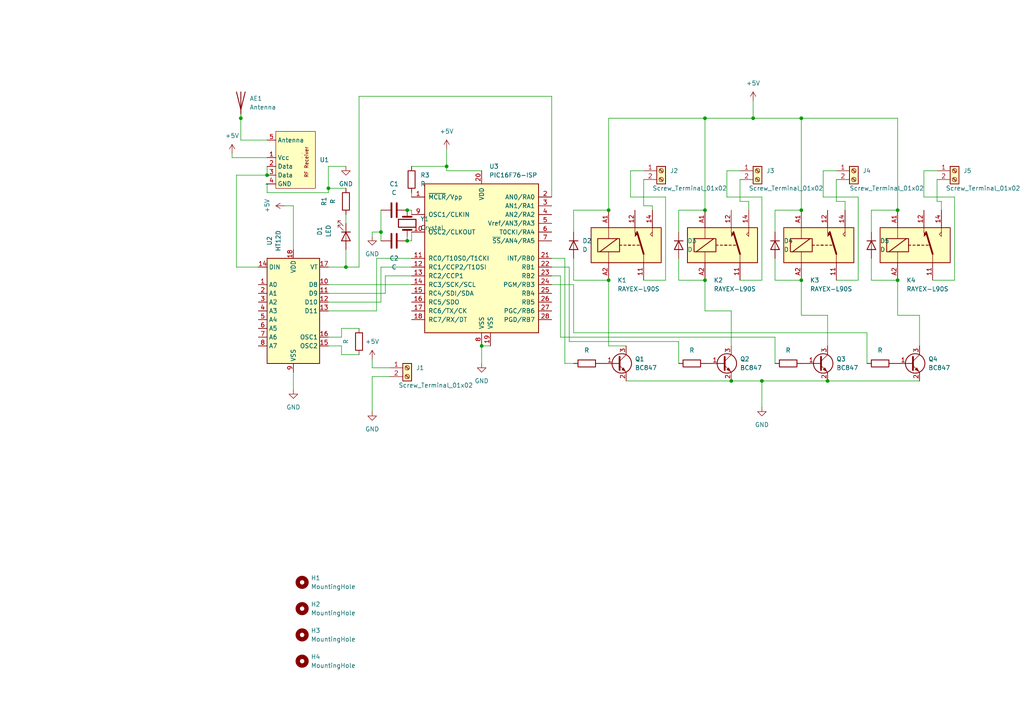
<source format=kicad_sch>
(kicad_sch (version 20230121) (generator eeschema)

  (uuid 2dfa5c57-6a2e-41b6-81ec-d4fae4240894)

  (paper "A4")

  (lib_symbols
    (symbol "Connector:Screw_Terminal_01x02" (pin_names (offset 1.016) hide) (in_bom yes) (on_board yes)
      (property "Reference" "J" (at 0 2.54 0)
        (effects (font (size 1.27 1.27)))
      )
      (property "Value" "Screw_Terminal_01x02" (at 0 -5.08 0)
        (effects (font (size 1.27 1.27)))
      )
      (property "Footprint" "" (at 0 0 0)
        (effects (font (size 1.27 1.27)) hide)
      )
      (property "Datasheet" "~" (at 0 0 0)
        (effects (font (size 1.27 1.27)) hide)
      )
      (property "ki_keywords" "screw terminal" (at 0 0 0)
        (effects (font (size 1.27 1.27)) hide)
      )
      (property "ki_description" "Generic screw terminal, single row, 01x02, script generated (kicad-library-utils/schlib/autogen/connector/)" (at 0 0 0)
        (effects (font (size 1.27 1.27)) hide)
      )
      (property "ki_fp_filters" "TerminalBlock*:*" (at 0 0 0)
        (effects (font (size 1.27 1.27)) hide)
      )
      (symbol "Screw_Terminal_01x02_1_1"
        (rectangle (start -1.27 1.27) (end 1.27 -3.81)
          (stroke (width 0.254) (type default))
          (fill (type background))
        )
        (circle (center 0 -2.54) (radius 0.635)
          (stroke (width 0.1524) (type default))
          (fill (type none))
        )
        (polyline
          (pts
            (xy -0.5334 -2.2098)
            (xy 0.3302 -3.048)
          )
          (stroke (width 0.1524) (type default))
          (fill (type none))
        )
        (polyline
          (pts
            (xy -0.5334 0.3302)
            (xy 0.3302 -0.508)
          )
          (stroke (width 0.1524) (type default))
          (fill (type none))
        )
        (polyline
          (pts
            (xy -0.3556 -2.032)
            (xy 0.508 -2.8702)
          )
          (stroke (width 0.1524) (type default))
          (fill (type none))
        )
        (polyline
          (pts
            (xy -0.3556 0.508)
            (xy 0.508 -0.3302)
          )
          (stroke (width 0.1524) (type default))
          (fill (type none))
        )
        (circle (center 0 0) (radius 0.635)
          (stroke (width 0.1524) (type default))
          (fill (type none))
        )
        (pin passive line (at -5.08 0 0) (length 3.81)
          (name "Pin_1" (effects (font (size 1.27 1.27))))
          (number "1" (effects (font (size 1.27 1.27))))
        )
        (pin passive line (at -5.08 -2.54 0) (length 3.81)
          (name "Pin_2" (effects (font (size 1.27 1.27))))
          (number "2" (effects (font (size 1.27 1.27))))
        )
      )
    )
    (symbol "Device:Antenna" (pin_numbers hide) (pin_names (offset 1.016) hide) (in_bom yes) (on_board yes)
      (property "Reference" "AE" (at -1.905 1.905 0)
        (effects (font (size 1.27 1.27)) (justify right))
      )
      (property "Value" "Antenna" (at -1.905 0 0)
        (effects (font (size 1.27 1.27)) (justify right))
      )
      (property "Footprint" "" (at 0 0 0)
        (effects (font (size 1.27 1.27)) hide)
      )
      (property "Datasheet" "~" (at 0 0 0)
        (effects (font (size 1.27 1.27)) hide)
      )
      (property "ki_keywords" "antenna" (at 0 0 0)
        (effects (font (size 1.27 1.27)) hide)
      )
      (property "ki_description" "Antenna" (at 0 0 0)
        (effects (font (size 1.27 1.27)) hide)
      )
      (symbol "Antenna_0_1"
        (polyline
          (pts
            (xy 0 2.54)
            (xy 0 -3.81)
          )
          (stroke (width 0.254) (type default))
          (fill (type none))
        )
        (polyline
          (pts
            (xy 1.27 2.54)
            (xy 0 -2.54)
            (xy -1.27 2.54)
          )
          (stroke (width 0.254) (type default))
          (fill (type none))
        )
      )
      (symbol "Antenna_1_1"
        (pin input line (at 0 -5.08 90) (length 2.54)
          (name "A" (effects (font (size 1.27 1.27))))
          (number "1" (effects (font (size 1.27 1.27))))
        )
      )
    )
    (symbol "Device:C" (pin_numbers hide) (pin_names (offset 0.254)) (in_bom yes) (on_board yes)
      (property "Reference" "C" (at 0.635 2.54 0)
        (effects (font (size 1.27 1.27)) (justify left))
      )
      (property "Value" "C" (at 0.635 -2.54 0)
        (effects (font (size 1.27 1.27)) (justify left))
      )
      (property "Footprint" "" (at 0.9652 -3.81 0)
        (effects (font (size 1.27 1.27)) hide)
      )
      (property "Datasheet" "~" (at 0 0 0)
        (effects (font (size 1.27 1.27)) hide)
      )
      (property "ki_keywords" "cap capacitor" (at 0 0 0)
        (effects (font (size 1.27 1.27)) hide)
      )
      (property "ki_description" "Unpolarized capacitor" (at 0 0 0)
        (effects (font (size 1.27 1.27)) hide)
      )
      (property "ki_fp_filters" "C_*" (at 0 0 0)
        (effects (font (size 1.27 1.27)) hide)
      )
      (symbol "C_0_1"
        (polyline
          (pts
            (xy -2.032 -0.762)
            (xy 2.032 -0.762)
          )
          (stroke (width 0.508) (type default))
          (fill (type none))
        )
        (polyline
          (pts
            (xy -2.032 0.762)
            (xy 2.032 0.762)
          )
          (stroke (width 0.508) (type default))
          (fill (type none))
        )
      )
      (symbol "C_1_1"
        (pin passive line (at 0 3.81 270) (length 2.794)
          (name "~" (effects (font (size 1.27 1.27))))
          (number "1" (effects (font (size 1.27 1.27))))
        )
        (pin passive line (at 0 -3.81 90) (length 2.794)
          (name "~" (effects (font (size 1.27 1.27))))
          (number "2" (effects (font (size 1.27 1.27))))
        )
      )
    )
    (symbol "Device:Crystal" (pin_numbers hide) (pin_names (offset 1.016) hide) (in_bom yes) (on_board yes)
      (property "Reference" "Y" (at 0 3.81 0)
        (effects (font (size 1.27 1.27)))
      )
      (property "Value" "Crystal" (at 0 -3.81 0)
        (effects (font (size 1.27 1.27)))
      )
      (property "Footprint" "" (at 0 0 0)
        (effects (font (size 1.27 1.27)) hide)
      )
      (property "Datasheet" "~" (at 0 0 0)
        (effects (font (size 1.27 1.27)) hide)
      )
      (property "ki_keywords" "quartz ceramic resonator oscillator" (at 0 0 0)
        (effects (font (size 1.27 1.27)) hide)
      )
      (property "ki_description" "Two pin crystal" (at 0 0 0)
        (effects (font (size 1.27 1.27)) hide)
      )
      (property "ki_fp_filters" "Crystal*" (at 0 0 0)
        (effects (font (size 1.27 1.27)) hide)
      )
      (symbol "Crystal_0_1"
        (rectangle (start -1.143 2.54) (end 1.143 -2.54)
          (stroke (width 0.3048) (type default))
          (fill (type none))
        )
        (polyline
          (pts
            (xy -2.54 0)
            (xy -1.905 0)
          )
          (stroke (width 0) (type default))
          (fill (type none))
        )
        (polyline
          (pts
            (xy -1.905 -1.27)
            (xy -1.905 1.27)
          )
          (stroke (width 0.508) (type default))
          (fill (type none))
        )
        (polyline
          (pts
            (xy 1.905 -1.27)
            (xy 1.905 1.27)
          )
          (stroke (width 0.508) (type default))
          (fill (type none))
        )
        (polyline
          (pts
            (xy 2.54 0)
            (xy 1.905 0)
          )
          (stroke (width 0) (type default))
          (fill (type none))
        )
      )
      (symbol "Crystal_1_1"
        (pin passive line (at -3.81 0 0) (length 1.27)
          (name "1" (effects (font (size 1.27 1.27))))
          (number "1" (effects (font (size 1.27 1.27))))
        )
        (pin passive line (at 3.81 0 180) (length 1.27)
          (name "2" (effects (font (size 1.27 1.27))))
          (number "2" (effects (font (size 1.27 1.27))))
        )
      )
    )
    (symbol "Device:D" (pin_numbers hide) (pin_names (offset 1.016) hide) (in_bom yes) (on_board yes)
      (property "Reference" "D" (at 0 2.54 0)
        (effects (font (size 1.27 1.27)))
      )
      (property "Value" "D" (at 0 -2.54 0)
        (effects (font (size 1.27 1.27)))
      )
      (property "Footprint" "" (at 0 0 0)
        (effects (font (size 1.27 1.27)) hide)
      )
      (property "Datasheet" "~" (at 0 0 0)
        (effects (font (size 1.27 1.27)) hide)
      )
      (property "Sim.Device" "D" (at 0 0 0)
        (effects (font (size 1.27 1.27)) hide)
      )
      (property "Sim.Pins" "1=K 2=A" (at 0 0 0)
        (effects (font (size 1.27 1.27)) hide)
      )
      (property "ki_keywords" "diode" (at 0 0 0)
        (effects (font (size 1.27 1.27)) hide)
      )
      (property "ki_description" "Diode" (at 0 0 0)
        (effects (font (size 1.27 1.27)) hide)
      )
      (property "ki_fp_filters" "TO-???* *_Diode_* *SingleDiode* D_*" (at 0 0 0)
        (effects (font (size 1.27 1.27)) hide)
      )
      (symbol "D_0_1"
        (polyline
          (pts
            (xy -1.27 1.27)
            (xy -1.27 -1.27)
          )
          (stroke (width 0.254) (type default))
          (fill (type none))
        )
        (polyline
          (pts
            (xy 1.27 0)
            (xy -1.27 0)
          )
          (stroke (width 0) (type default))
          (fill (type none))
        )
        (polyline
          (pts
            (xy 1.27 1.27)
            (xy 1.27 -1.27)
            (xy -1.27 0)
            (xy 1.27 1.27)
          )
          (stroke (width 0.254) (type default))
          (fill (type none))
        )
      )
      (symbol "D_1_1"
        (pin passive line (at -3.81 0 0) (length 2.54)
          (name "K" (effects (font (size 1.27 1.27))))
          (number "1" (effects (font (size 1.27 1.27))))
        )
        (pin passive line (at 3.81 0 180) (length 2.54)
          (name "A" (effects (font (size 1.27 1.27))))
          (number "2" (effects (font (size 1.27 1.27))))
        )
      )
    )
    (symbol "Device:LED" (pin_numbers hide) (pin_names (offset 1.016) hide) (in_bom yes) (on_board yes)
      (property "Reference" "D" (at 0 2.54 0)
        (effects (font (size 1.27 1.27)))
      )
      (property "Value" "LED" (at 0 -2.54 0)
        (effects (font (size 1.27 1.27)))
      )
      (property "Footprint" "" (at 0 0 0)
        (effects (font (size 1.27 1.27)) hide)
      )
      (property "Datasheet" "~" (at 0 0 0)
        (effects (font (size 1.27 1.27)) hide)
      )
      (property "ki_keywords" "LED diode" (at 0 0 0)
        (effects (font (size 1.27 1.27)) hide)
      )
      (property "ki_description" "Light emitting diode" (at 0 0 0)
        (effects (font (size 1.27 1.27)) hide)
      )
      (property "ki_fp_filters" "LED* LED_SMD:* LED_THT:*" (at 0 0 0)
        (effects (font (size 1.27 1.27)) hide)
      )
      (symbol "LED_0_1"
        (polyline
          (pts
            (xy -1.27 -1.27)
            (xy -1.27 1.27)
          )
          (stroke (width 0.254) (type default))
          (fill (type none))
        )
        (polyline
          (pts
            (xy -1.27 0)
            (xy 1.27 0)
          )
          (stroke (width 0) (type default))
          (fill (type none))
        )
        (polyline
          (pts
            (xy 1.27 -1.27)
            (xy 1.27 1.27)
            (xy -1.27 0)
            (xy 1.27 -1.27)
          )
          (stroke (width 0.254) (type default))
          (fill (type none))
        )
        (polyline
          (pts
            (xy -3.048 -0.762)
            (xy -4.572 -2.286)
            (xy -3.81 -2.286)
            (xy -4.572 -2.286)
            (xy -4.572 -1.524)
          )
          (stroke (width 0) (type default))
          (fill (type none))
        )
        (polyline
          (pts
            (xy -1.778 -0.762)
            (xy -3.302 -2.286)
            (xy -2.54 -2.286)
            (xy -3.302 -2.286)
            (xy -3.302 -1.524)
          )
          (stroke (width 0) (type default))
          (fill (type none))
        )
      )
      (symbol "LED_1_1"
        (pin passive line (at -3.81 0 0) (length 2.54)
          (name "K" (effects (font (size 1.27 1.27))))
          (number "1" (effects (font (size 1.27 1.27))))
        )
        (pin passive line (at 3.81 0 180) (length 2.54)
          (name "A" (effects (font (size 1.27 1.27))))
          (number "2" (effects (font (size 1.27 1.27))))
        )
      )
    )
    (symbol "Device:R" (pin_numbers hide) (pin_names (offset 0)) (in_bom yes) (on_board yes)
      (property "Reference" "R" (at 2.032 0 90)
        (effects (font (size 1.27 1.27)))
      )
      (property "Value" "R" (at 0 0 90)
        (effects (font (size 1.27 1.27)))
      )
      (property "Footprint" "" (at -1.778 0 90)
        (effects (font (size 1.27 1.27)) hide)
      )
      (property "Datasheet" "~" (at 0 0 0)
        (effects (font (size 1.27 1.27)) hide)
      )
      (property "ki_keywords" "R res resistor" (at 0 0 0)
        (effects (font (size 1.27 1.27)) hide)
      )
      (property "ki_description" "Resistor" (at 0 0 0)
        (effects (font (size 1.27 1.27)) hide)
      )
      (property "ki_fp_filters" "R_*" (at 0 0 0)
        (effects (font (size 1.27 1.27)) hide)
      )
      (symbol "R_0_1"
        (rectangle (start -1.016 -2.54) (end 1.016 2.54)
          (stroke (width 0.254) (type default))
          (fill (type none))
        )
      )
      (symbol "R_1_1"
        (pin passive line (at 0 3.81 270) (length 1.27)
          (name "~" (effects (font (size 1.27 1.27))))
          (number "1" (effects (font (size 1.27 1.27))))
        )
        (pin passive line (at 0 -3.81 90) (length 1.27)
          (name "~" (effects (font (size 1.27 1.27))))
          (number "2" (effects (font (size 1.27 1.27))))
        )
      )
    )
    (symbol "Interface:HT12D" (in_bom yes) (on_board yes)
      (property "Reference" "U2" (at -6.9281 20.32 90)
        (effects (font (size 1.27 1.27)))
      )
      (property "Value" "HT12D" (at -4.3881 20.32 90)
        (effects (font (size 1.27 1.27)))
      )
      (property "Footprint" "Package_DIP:DIP-18_W7.62mm_Socket" (at 15.24 20.32 0)
        (effects (font (size 1.27 1.27)) hide)
      )
      (property "Datasheet" "https://www.holtek.com/documents/10179/116711/2_12dv120.pdf" (at 17.78 15.24 0)
        (effects (font (size 1.27 1.27)) hide)
      )
      (property "ki_keywords" "Serial Decoder" (at 0 0 0)
        (effects (font (size 1.27 1.27)) hide)
      )
      (property "ki_description" "2^12 serial decoder, SOP-20" (at 0 0 0)
        (effects (font (size 1.27 1.27)) hide)
      )
      (property "ki_fp_filters" "SOP*7.5x12.8mm*P1.27mm*" (at 0 0 0)
        (effects (font (size 1.27 1.27)) hide)
      )
      (symbol "HT12D_1_1"
        (rectangle (start -7.62 15.24) (end 7.62 -15.24)
          (stroke (width 0.254) (type default))
          (fill (type background))
        )
        (pin input line (at -10.16 7.62 0) (length 2.54)
          (name "A0" (effects (font (size 1.27 1.27))))
          (number "1" (effects (font (size 1.27 1.27))))
        )
        (pin output line (at 10.16 7.62 180) (length 2.54)
          (name "D8" (effects (font (size 1.27 1.27))))
          (number "10" (effects (font (size 1.27 1.27))))
        )
        (pin output line (at 10.16 5.08 180) (length 2.54)
          (name "D9" (effects (font (size 1.27 1.27))))
          (number "11" (effects (font (size 1.27 1.27))))
        )
        (pin output line (at 10.16 2.54 180) (length 2.54)
          (name "D10" (effects (font (size 1.27 1.27))))
          (number "12" (effects (font (size 1.27 1.27))))
        )
        (pin output line (at 10.16 0 180) (length 2.54)
          (name "D11" (effects (font (size 1.27 1.27))))
          (number "13" (effects (font (size 1.27 1.27))))
        )
        (pin input line (at -10.16 12.7 0) (length 2.54)
          (name "DIN" (effects (font (size 1.27 1.27))))
          (number "14" (effects (font (size 1.27 1.27))))
        )
        (pin output line (at 10.16 -10.16 180) (length 2.54)
          (name "OSC2" (effects (font (size 1.27 1.27))))
          (number "15" (effects (font (size 1.27 1.27))))
        )
        (pin input line (at 10.16 -7.62 180) (length 2.54)
          (name "OSC1" (effects (font (size 1.27 1.27))))
          (number "16" (effects (font (size 1.27 1.27))))
        )
        (pin output line (at 10.16 12.7 180) (length 2.54)
          (name "VT" (effects (font (size 1.27 1.27))))
          (number "17" (effects (font (size 1.27 1.27))))
        )
        (pin power_in line (at 0 17.78 270) (length 2.54)
          (name "VDD" (effects (font (size 1.27 1.27))))
          (number "18" (effects (font (size 1.27 1.27))))
        )
        (pin input line (at -10.16 5.08 0) (length 2.54)
          (name "A1" (effects (font (size 1.27 1.27))))
          (number "2" (effects (font (size 1.27 1.27))))
        )
        (pin input line (at -10.16 2.54 0) (length 2.54)
          (name "A2" (effects (font (size 1.27 1.27))))
          (number "3" (effects (font (size 1.27 1.27))))
        )
        (pin input line (at -10.16 0 0) (length 2.54)
          (name "A3" (effects (font (size 1.27 1.27))))
          (number "4" (effects (font (size 1.27 1.27))))
        )
        (pin input line (at -10.16 -2.54 0) (length 2.54)
          (name "A4" (effects (font (size 1.27 1.27))))
          (number "5" (effects (font (size 1.27 1.27))))
        )
        (pin input line (at -10.16 -5.08 0) (length 2.54)
          (name "A5" (effects (font (size 1.27 1.27))))
          (number "6" (effects (font (size 1.27 1.27))))
        )
        (pin input line (at -10.16 -7.62 0) (length 2.54)
          (name "A6" (effects (font (size 1.27 1.27))))
          (number "7" (effects (font (size 1.27 1.27))))
        )
        (pin input line (at -10.16 -10.16 0) (length 2.54)
          (name "A7" (effects (font (size 1.27 1.27))))
          (number "8" (effects (font (size 1.27 1.27))))
        )
        (pin power_in line (at 0 -17.78 90) (length 2.54)
          (name "VSS" (effects (font (size 1.27 1.27))))
          (number "9" (effects (font (size 1.27 1.27))))
        )
      )
    )
    (symbol "MCU_Microchip_PIC16:PIC16F76-ISP" (pin_names (offset 1.016)) (in_bom yes) (on_board yes)
      (property "Reference" "U" (at 2.54 25.4 0)
        (effects (font (size 1.27 1.27)) (justify left))
      )
      (property "Value" "PIC16F76-ISP" (at 2.54 22.86 0)
        (effects (font (size 1.27 1.27)) (justify left))
      )
      (property "Footprint" "" (at 0 0 0)
        (effects (font (size 1.27 1.27) italic) hide)
      )
      (property "Datasheet" "http://ww1.microchip.com/downloads/en/DeviceDoc/30325b.pdf" (at 0 0 0)
        (effects (font (size 1.27 1.27)) hide)
      )
      (property "ki_keywords" "Flash-Based 8-Bit Microcontroller" (at 0 0 0)
        (effects (font (size 1.27 1.27)) hide)
      )
      (property "ki_description" "PIC16F76, 8K Flash, 368B SRAM, ADC, PWM, SDIP28" (at 0 0 0)
        (effects (font (size 1.27 1.27)) hide)
      )
      (property "ki_fp_filters" "DIP* PDIP*" (at 0 0 0)
        (effects (font (size 1.27 1.27)) hide)
      )
      (symbol "PIC16F76-ISP_0_1"
        (rectangle (start -16.51 -21.59) (end 16.51 21.59)
          (stroke (width 0.254) (type default))
          (fill (type background))
        )
      )
      (symbol "PIC16F76-ISP_1_1"
        (pin input line (at -20.32 17.78 0) (length 3.81)
          (name "~{MCLR}/Vpp" (effects (font (size 1.27 1.27))))
          (number "1" (effects (font (size 1.27 1.27))))
        )
        (pin output line (at -20.32 7.62 0) (length 3.81)
          (name "OSC2/CLKOUT" (effects (font (size 1.27 1.27))))
          (number "10" (effects (font (size 1.27 1.27))))
        )
        (pin bidirectional line (at -20.32 0 0) (length 3.81)
          (name "RC0/T10S0/T1CKI" (effects (font (size 1.27 1.27))))
          (number "11" (effects (font (size 1.27 1.27))))
        )
        (pin bidirectional line (at -20.32 -2.54 0) (length 3.81)
          (name "RC1/CCP2/T1OSI" (effects (font (size 1.27 1.27))))
          (number "12" (effects (font (size 1.27 1.27))))
        )
        (pin bidirectional line (at -20.32 -5.08 0) (length 3.81)
          (name "RC2/CCP1" (effects (font (size 1.27 1.27))))
          (number "13" (effects (font (size 1.27 1.27))))
        )
        (pin bidirectional line (at -20.32 -7.62 0) (length 3.81)
          (name "RC3/SCK/SCL" (effects (font (size 1.27 1.27))))
          (number "14" (effects (font (size 1.27 1.27))))
        )
        (pin bidirectional line (at -20.32 -10.16 0) (length 3.81)
          (name "RC4/SDI/SDA" (effects (font (size 1.27 1.27))))
          (number "15" (effects (font (size 1.27 1.27))))
        )
        (pin bidirectional line (at -20.32 -12.7 0) (length 3.81)
          (name "RC5/SDO" (effects (font (size 1.27 1.27))))
          (number "16" (effects (font (size 1.27 1.27))))
        )
        (pin bidirectional line (at -20.32 -15.24 0) (length 3.81)
          (name "RC6/TX/CK" (effects (font (size 1.27 1.27))))
          (number "17" (effects (font (size 1.27 1.27))))
        )
        (pin bidirectional line (at -20.32 -17.78 0) (length 3.81)
          (name "RC7/RX/DT" (effects (font (size 1.27 1.27))))
          (number "18" (effects (font (size 1.27 1.27))))
        )
        (pin power_in line (at 2.54 -25.4 90) (length 3.81)
          (name "VSS" (effects (font (size 1.27 1.27))))
          (number "19" (effects (font (size 1.27 1.27))))
        )
        (pin bidirectional line (at 20.32 17.78 180) (length 3.81)
          (name "AN0/RA0" (effects (font (size 1.27 1.27))))
          (number "2" (effects (font (size 1.27 1.27))))
        )
        (pin power_in line (at 0 25.4 270) (length 3.81)
          (name "VDD" (effects (font (size 1.27 1.27))))
          (number "20" (effects (font (size 1.27 1.27))))
        )
        (pin bidirectional line (at 20.32 0 180) (length 3.81)
          (name "INT/RB0" (effects (font (size 1.27 1.27))))
          (number "21" (effects (font (size 1.27 1.27))))
        )
        (pin bidirectional line (at 20.32 -2.54 180) (length 3.81)
          (name "RB1" (effects (font (size 1.27 1.27))))
          (number "22" (effects (font (size 1.27 1.27))))
        )
        (pin bidirectional line (at 20.32 -5.08 180) (length 3.81)
          (name "RB2" (effects (font (size 1.27 1.27))))
          (number "23" (effects (font (size 1.27 1.27))))
        )
        (pin bidirectional line (at 20.32 -7.62 180) (length 3.81)
          (name "PGM/RB3" (effects (font (size 1.27 1.27))))
          (number "24" (effects (font (size 1.27 1.27))))
        )
        (pin bidirectional line (at 20.32 -10.16 180) (length 3.81)
          (name "RB4" (effects (font (size 1.27 1.27))))
          (number "25" (effects (font (size 1.27 1.27))))
        )
        (pin bidirectional line (at 20.32 -12.7 180) (length 3.81)
          (name "RB5" (effects (font (size 1.27 1.27))))
          (number "26" (effects (font (size 1.27 1.27))))
        )
        (pin bidirectional line (at 20.32 -15.24 180) (length 3.81)
          (name "PGC/RB6" (effects (font (size 1.27 1.27))))
          (number "27" (effects (font (size 1.27 1.27))))
        )
        (pin bidirectional line (at 20.32 -17.78 180) (length 3.81)
          (name "PGD/RB7" (effects (font (size 1.27 1.27))))
          (number "28" (effects (font (size 1.27 1.27))))
        )
        (pin bidirectional line (at 20.32 15.24 180) (length 3.81)
          (name "AN1/RA1" (effects (font (size 1.27 1.27))))
          (number "3" (effects (font (size 1.27 1.27))))
        )
        (pin bidirectional line (at 20.32 12.7 180) (length 3.81)
          (name "AN2/RA2" (effects (font (size 1.27 1.27))))
          (number "4" (effects (font (size 1.27 1.27))))
        )
        (pin bidirectional line (at 20.32 10.16 180) (length 3.81)
          (name "Vref/AN3/RA3" (effects (font (size 1.27 1.27))))
          (number "5" (effects (font (size 1.27 1.27))))
        )
        (pin bidirectional line (at 20.32 7.62 180) (length 3.81)
          (name "T0CKI/RA4" (effects (font (size 1.27 1.27))))
          (number "6" (effects (font (size 1.27 1.27))))
        )
        (pin bidirectional line (at 20.32 5.08 180) (length 3.81)
          (name "~{SS}/AN4/RA5" (effects (font (size 1.27 1.27))))
          (number "7" (effects (font (size 1.27 1.27))))
        )
        (pin power_in line (at 0 -25.4 90) (length 3.81)
          (name "VSS" (effects (font (size 1.27 1.27))))
          (number "8" (effects (font (size 1.27 1.27))))
        )
        (pin input line (at -20.32 12.7 0) (length 3.81)
          (name "OSC1/CLKIN" (effects (font (size 1.27 1.27))))
          (number "9" (effects (font (size 1.27 1.27))))
        )
      )
    )
    (symbol "Mechanical:MountingHole" (pin_names (offset 1.016)) (in_bom yes) (on_board yes)
      (property "Reference" "H" (at 0 5.08 0)
        (effects (font (size 1.27 1.27)))
      )
      (property "Value" "MountingHole" (at 0 3.175 0)
        (effects (font (size 1.27 1.27)))
      )
      (property "Footprint" "" (at 0 0 0)
        (effects (font (size 1.27 1.27)) hide)
      )
      (property "Datasheet" "~" (at 0 0 0)
        (effects (font (size 1.27 1.27)) hide)
      )
      (property "ki_keywords" "mounting hole" (at 0 0 0)
        (effects (font (size 1.27 1.27)) hide)
      )
      (property "ki_description" "Mounting Hole without connection" (at 0 0 0)
        (effects (font (size 1.27 1.27)) hide)
      )
      (property "ki_fp_filters" "MountingHole*" (at 0 0 0)
        (effects (font (size 1.27 1.27)) hide)
      )
      (symbol "MountingHole_0_1"
        (circle (center 0 0) (radius 1.27)
          (stroke (width 1.27) (type default))
          (fill (type none))
        )
      )
    )
    (symbol "Relay:RAYEX-L90S" (in_bom yes) (on_board yes)
      (property "Reference" "K" (at 11.43 3.81 0)
        (effects (font (size 1.27 1.27)) (justify left))
      )
      (property "Value" "RAYEX-L90S" (at 11.43 1.27 0)
        (effects (font (size 1.27 1.27)) (justify left))
      )
      (property "Footprint" "Relay_THT:Relay_SPDT_RAYEX-L90S" (at 11.43 -1.27 0)
        (effects (font (size 1.27 1.27)) (justify left) hide)
      )
      (property "Datasheet" "https://a3.sofastcdn.com/attachment/7jioKBjnRiiSrjrjknRiwS77gwbf3zmp/L90-SERIES.pdf" (at 16.51 -3.81 0)
        (effects (font (size 1.27 1.27)) (justify left) hide)
      )
      (property "ki_keywords" "30A Single Pole Relay" (at 0 0 0)
        (effects (font (size 1.27 1.27)) hide)
      )
      (property "ki_description" "Power relay, Without Common Terminal between coil terminals, SPDT, 30A" (at 0 0 0)
        (effects (font (size 1.27 1.27)) hide)
      )
      (property "ki_fp_filters" "Relay*SPDT*RAYEX*L90S*" (at 0 0 0)
        (effects (font (size 1.27 1.27)) hide)
      )
      (symbol "RAYEX-L90S_1_0"
        (polyline
          (pts
            (xy 2.54 3.81)
            (xy 2.54 5.08)
          )
          (stroke (width 0) (type default))
          (fill (type none))
        )
        (polyline
          (pts
            (xy 7.62 3.81)
            (xy 7.62 5.08)
          )
          (stroke (width 0) (type default))
          (fill (type none))
        )
        (polyline
          (pts
            (xy 7.62 3.81)
            (xy 7.62 2.54)
            (xy 6.985 3.175)
            (xy 7.62 3.81)
          )
          (stroke (width 0) (type default))
          (fill (type none))
        )
      )
      (symbol "RAYEX-L90S_1_1"
        (rectangle (start -10.16 5.08) (end 10.16 -5.08)
          (stroke (width 0.254) (type default))
          (fill (type background))
        )
        (rectangle (start -8.255 1.905) (end -1.905 -1.905)
          (stroke (width 0.254) (type default))
          (fill (type none))
        )
        (polyline
          (pts
            (xy -7.62 -1.905)
            (xy -2.54 1.905)
          )
          (stroke (width 0.254) (type default))
          (fill (type none))
        )
        (polyline
          (pts
            (xy -5.08 -5.08)
            (xy -5.08 -1.905)
          )
          (stroke (width 0) (type default))
          (fill (type none))
        )
        (polyline
          (pts
            (xy -5.08 5.08)
            (xy -5.08 1.905)
          )
          (stroke (width 0) (type default))
          (fill (type none))
        )
        (polyline
          (pts
            (xy -1.905 0)
            (xy -1.27 0)
          )
          (stroke (width 0.254) (type default))
          (fill (type none))
        )
        (polyline
          (pts
            (xy -0.635 0)
            (xy 0 0)
          )
          (stroke (width 0.254) (type default))
          (fill (type none))
        )
        (polyline
          (pts
            (xy 0.635 0)
            (xy 1.27 0)
          )
          (stroke (width 0.254) (type default))
          (fill (type none))
        )
        (polyline
          (pts
            (xy 0.635 0)
            (xy 1.27 0)
          )
          (stroke (width 0.254) (type default))
          (fill (type none))
        )
        (polyline
          (pts
            (xy 1.905 0)
            (xy 2.54 0)
          )
          (stroke (width 0.254) (type default))
          (fill (type none))
        )
        (polyline
          (pts
            (xy 3.175 0)
            (xy 3.81 0)
          )
          (stroke (width 0.254) (type default))
          (fill (type none))
        )
        (polyline
          (pts
            (xy 5.08 -2.54)
            (xy 3.175 3.81)
          )
          (stroke (width 0.508) (type default))
          (fill (type none))
        )
        (polyline
          (pts
            (xy 5.08 -2.54)
            (xy 5.08 -5.08)
          )
          (stroke (width 0) (type default))
          (fill (type none))
        )
        (polyline
          (pts
            (xy 2.54 2.54)
            (xy 3.175 3.175)
            (xy 2.54 3.81)
          )
          (stroke (width 0) (type default))
          (fill (type outline))
        )
        (pin passive line (at 5.08 -10.16 90) (length 5.08)
          (name "~" (effects (font (size 1.27 1.27))))
          (number "11" (effects (font (size 1.27 1.27))))
        )
        (pin passive line (at 2.54 10.16 270) (length 5.08)
          (name "~" (effects (font (size 1.27 1.27))))
          (number "12" (effects (font (size 1.27 1.27))))
        )
        (pin passive line (at 7.62 10.16 270) (length 5.08)
          (name "~" (effects (font (size 1.27 1.27))))
          (number "14" (effects (font (size 1.27 1.27))))
        )
        (pin passive line (at -5.08 10.16 270) (length 5.08)
          (name "~" (effects (font (size 1.27 1.27))))
          (number "A1" (effects (font (size 1.27 1.27))))
        )
        (pin passive line (at -5.08 -10.16 90) (length 5.08)
          (name "~" (effects (font (size 1.27 1.27))))
          (number "A2" (effects (font (size 1.27 1.27))))
        )
      )
    )
    (symbol "Transistor_BJT:BC847" (pin_names (offset 0) hide) (in_bom yes) (on_board yes)
      (property "Reference" "Q" (at 5.08 1.905 0)
        (effects (font (size 1.27 1.27)) (justify left))
      )
      (property "Value" "BC847" (at 5.08 0 0)
        (effects (font (size 1.27 1.27)) (justify left))
      )
      (property "Footprint" "Package_TO_SOT_SMD:SOT-23" (at 5.08 -1.905 0)
        (effects (font (size 1.27 1.27) italic) (justify left) hide)
      )
      (property "Datasheet" "http://www.infineon.com/dgdl/Infineon-BC847SERIES_BC848SERIES_BC849SERIES_BC850SERIES-DS-v01_01-en.pdf?fileId=db3a304314dca389011541d4630a1657" (at 0 0 0)
        (effects (font (size 1.27 1.27)) (justify left) hide)
      )
      (property "ki_keywords" "NPN Small Signal Transistor" (at 0 0 0)
        (effects (font (size 1.27 1.27)) hide)
      )
      (property "ki_description" "0.1A Ic, 45V Vce, NPN Transistor, SOT-23" (at 0 0 0)
        (effects (font (size 1.27 1.27)) hide)
      )
      (property "ki_fp_filters" "SOT?23*" (at 0 0 0)
        (effects (font (size 1.27 1.27)) hide)
      )
      (symbol "BC847_0_1"
        (polyline
          (pts
            (xy 0.635 0.635)
            (xy 2.54 2.54)
          )
          (stroke (width 0) (type default))
          (fill (type none))
        )
        (polyline
          (pts
            (xy 0.635 -0.635)
            (xy 2.54 -2.54)
            (xy 2.54 -2.54)
          )
          (stroke (width 0) (type default))
          (fill (type none))
        )
        (polyline
          (pts
            (xy 0.635 1.905)
            (xy 0.635 -1.905)
            (xy 0.635 -1.905)
          )
          (stroke (width 0.508) (type default))
          (fill (type none))
        )
        (polyline
          (pts
            (xy 1.27 -1.778)
            (xy 1.778 -1.27)
            (xy 2.286 -2.286)
            (xy 1.27 -1.778)
            (xy 1.27 -1.778)
          )
          (stroke (width 0) (type default))
          (fill (type outline))
        )
        (circle (center 1.27 0) (radius 2.8194)
          (stroke (width 0.254) (type default))
          (fill (type none))
        )
      )
      (symbol "BC847_1_1"
        (pin input line (at -5.08 0 0) (length 5.715)
          (name "B" (effects (font (size 1.27 1.27))))
          (number "1" (effects (font (size 1.27 1.27))))
        )
        (pin passive line (at 2.54 -5.08 90) (length 2.54)
          (name "E" (effects (font (size 1.27 1.27))))
          (number "2" (effects (font (size 1.27 1.27))))
        )
        (pin passive line (at 2.54 5.08 270) (length 2.54)
          (name "C" (effects (font (size 1.27 1.27))))
          (number "3" (effects (font (size 1.27 1.27))))
        )
      )
    )
    (symbol "power:+5V" (power) (pin_names (offset 0)) (in_bom yes) (on_board yes)
      (property "Reference" "#PWR" (at 0 -3.81 0)
        (effects (font (size 1.27 1.27)) hide)
      )
      (property "Value" "+5V" (at 0 3.556 0)
        (effects (font (size 1.27 1.27)))
      )
      (property "Footprint" "" (at 0 0 0)
        (effects (font (size 1.27 1.27)) hide)
      )
      (property "Datasheet" "" (at 0 0 0)
        (effects (font (size 1.27 1.27)) hide)
      )
      (property "ki_keywords" "global power" (at 0 0 0)
        (effects (font (size 1.27 1.27)) hide)
      )
      (property "ki_description" "Power symbol creates a global label with name \"+5V\"" (at 0 0 0)
        (effects (font (size 1.27 1.27)) hide)
      )
      (symbol "+5V_0_1"
        (polyline
          (pts
            (xy -0.762 1.27)
            (xy 0 2.54)
          )
          (stroke (width 0) (type default))
          (fill (type none))
        )
        (polyline
          (pts
            (xy 0 0)
            (xy 0 2.54)
          )
          (stroke (width 0) (type default))
          (fill (type none))
        )
        (polyline
          (pts
            (xy 0 2.54)
            (xy 0.762 1.27)
          )
          (stroke (width 0) (type default))
          (fill (type none))
        )
      )
      (symbol "+5V_1_1"
        (pin power_in line (at 0 0 90) (length 0) hide
          (name "+5V" (effects (font (size 1.27 1.27))))
          (number "1" (effects (font (size 1.27 1.27))))
        )
      )
    )
    (symbol "power:GND" (power) (pin_names (offset 0)) (in_bom yes) (on_board yes)
      (property "Reference" "#PWR" (at 0 -6.35 0)
        (effects (font (size 1.27 1.27)) hide)
      )
      (property "Value" "GND" (at 0 -3.81 0)
        (effects (font (size 1.27 1.27)))
      )
      (property "Footprint" "" (at 0 0 0)
        (effects (font (size 1.27 1.27)) hide)
      )
      (property "Datasheet" "" (at 0 0 0)
        (effects (font (size 1.27 1.27)) hide)
      )
      (property "ki_keywords" "global power" (at 0 0 0)
        (effects (font (size 1.27 1.27)) hide)
      )
      (property "ki_description" "Power symbol creates a global label with name \"GND\" , ground" (at 0 0 0)
        (effects (font (size 1.27 1.27)) hide)
      )
      (symbol "GND_0_1"
        (polyline
          (pts
            (xy 0 0)
            (xy 0 -1.27)
            (xy 1.27 -1.27)
            (xy 0 -2.54)
            (xy -1.27 -1.27)
            (xy 0 -1.27)
          )
          (stroke (width 0) (type default))
          (fill (type none))
        )
      )
      (symbol "GND_1_1"
        (pin power_in line (at 0 0 270) (length 0) hide
          (name "GND" (effects (font (size 1.27 1.27))))
          (number "1" (effects (font (size 1.27 1.27))))
        )
      )
    )
    (symbol "rec:receiver" (in_bom yes) (on_board yes)
      (property "Reference" "U" (at 0 0 0)
        (effects (font (size 1.27 1.27)))
      )
      (property "Value" "" (at 0 0 0)
        (effects (font (size 1.27 1.27)))
      )
      (property "Footprint" "" (at 0 0 0)
        (effects (font (size 1.27 1.27)) hide)
      )
      (property "Datasheet" "" (at 0 0 0)
        (effects (font (size 1.27 1.27)) hide)
      )
      (symbol "receiver_0_1"
        (rectangle (start 10.16 7.62) (end 10.16 7.62)
          (stroke (width 0) (type default))
          (fill (type none))
        )
        (rectangle (start 10.16 8.89) (end 10.16 8.89)
          (stroke (width 0) (type default))
          (fill (type none))
        )
      )
      (symbol "receiver_1_1"
        (rectangle (start 2.54 15.24) (end 13.97 -1.27)
          (stroke (width 0) (type default))
          (fill (type background))
        )
        (text "RF Receiver\n" (at 11.43 6.35 900)
          (effects (font (size 1 1)))
        )
        (pin power_in line (at 0 7.62 0) (length 2.54)
          (name "Vcc" (effects (font (size 1.27 1.27))))
          (number "1" (effects (font (size 1.27 1.27))))
        )
        (pin input line (at 0 5.08 0) (length 2.54)
          (name "Data" (effects (font (size 1.27 1.27))))
          (number "2" (effects (font (size 1.27 1.27))))
        )
        (pin input line (at 0 2.54 0) (length 2.54)
          (name "Data" (effects (font (size 1.27 1.27))))
          (number "3" (effects (font (size 1.27 1.27))))
        )
        (pin power_in line (at 0 0 0) (length 2.54)
          (name "GND" (effects (font (size 1.27 1.27))))
          (number "4" (effects (font (size 1.27 1.27))))
        )
        (pin power_in line (at 0 12.7 0) (length 2.54)
          (name "Antenna" (effects (font (size 1.27 1.27))))
          (number "5" (effects (font (size 1.27 1.27))))
        )
      )
    )
  )

  (junction (at 260.35 60.96) (diameter 0) (color 0 0 0 0)
    (uuid 01776c7e-6508-46db-b16c-a9f162d3078f)
  )
  (junction (at 232.41 34.29) (diameter 0) (color 0 0 0 0)
    (uuid 1010451f-83f3-44a8-a519-ab360c3d378c)
  )
  (junction (at 129.54 48.26) (diameter 0) (color 0 0 0 0)
    (uuid 287f8e7d-4e43-4eda-9564-1f5e64ff7593)
  )
  (junction (at 118.11 60.96) (diameter 0) (color 0 0 0 0)
    (uuid 7384d4c7-c8c1-47c9-a847-9817af98fd64)
  )
  (junction (at 118.11 69.85) (diameter 0) (color 0 0 0 0)
    (uuid 777c6130-3c5b-4a3e-b8a5-cc9c918d3f78)
  )
  (junction (at 212.09 110.49) (diameter 0) (color 0 0 0 0)
    (uuid 7cd0735d-efd0-42c2-ba07-c970df058a93)
  )
  (junction (at 218.44 34.29) (diameter 0) (color 0 0 0 0)
    (uuid 7d99ccde-3f47-467a-aa1c-bdc27e10d6be)
  )
  (junction (at 176.53 60.96) (diameter 0) (color 0 0 0 0)
    (uuid 8b4f6d94-f826-4673-86e7-69f64dc7eb6b)
  )
  (junction (at 100.33 77.47) (diameter 0) (color 0 0 0 0)
    (uuid 8ff01aca-4f42-4342-9506-97636ff07b4c)
  )
  (junction (at 240.03 110.49) (diameter 0) (color 0 0 0 0)
    (uuid 9072cbd7-ccc2-4f51-9979-d7ee9b7ce9cf)
  )
  (junction (at 77.47 50.8) (diameter 0) (color 0 0 0 0)
    (uuid 97acfa5e-edb8-4566-9800-fcdcb599b55e)
  )
  (junction (at 95.25 54.61) (diameter 0) (color 0 0 0 0)
    (uuid 99a0c92b-fbb9-4159-91b8-1a0f1b64ded4)
  )
  (junction (at 260.35 81.28) (diameter 0) (color 0 0 0 0)
    (uuid a8d92ee9-0ea5-4b2a-9107-345551e74595)
  )
  (junction (at 220.98 110.49) (diameter 0) (color 0 0 0 0)
    (uuid bcf02239-80e3-4daa-9bba-23c0db5b76d0)
  )
  (junction (at 69.85 34.29) (diameter 0) (color 0 0 0 0)
    (uuid bede8b37-b016-447e-8a92-9a125d117c0f)
  )
  (junction (at 232.41 81.28) (diameter 0) (color 0 0 0 0)
    (uuid cacade11-efff-4785-b4e2-08faa7e364f4)
  )
  (junction (at 139.7 100.33) (diameter 0) (color 0 0 0 0)
    (uuid d37e065b-68ed-40cb-99d8-7cd217e58ec7)
  )
  (junction (at 176.53 81.28) (diameter 0) (color 0 0 0 0)
    (uuid e7385ea0-ca20-46da-b7f1-8792699ee4cc)
  )
  (junction (at 110.49 67.31) (diameter 0) (color 0 0 0 0)
    (uuid ee05497a-c8f5-40bb-a6c2-c67a50befb72)
  )
  (junction (at 204.47 81.28) (diameter 0) (color 0 0 0 0)
    (uuid f089de58-b750-4ec1-b57b-8f46838cb087)
  )
  (junction (at 232.41 60.96) (diameter 0) (color 0 0 0 0)
    (uuid f169c9ac-e3e4-4970-aca6-67c7f307b430)
  )
  (junction (at 204.47 60.96) (diameter 0) (color 0 0 0 0)
    (uuid f2eca858-be86-4774-9a04-91b77cdbc23d)
  )
  (junction (at 204.47 34.29) (diameter 0) (color 0 0 0 0)
    (uuid f7840896-ad09-446c-b92a-d7481d90ed69)
  )

  (wire (pts (xy 139.7 49.53) (xy 129.54 49.53))
    (stroke (width 0) (type default))
    (uuid 00cfab4f-d3a9-469f-ac5e-a828f8749b1b)
  )
  (wire (pts (xy 232.41 60.96) (xy 232.41 34.29))
    (stroke (width 0) (type default))
    (uuid 02b69600-f10c-462d-aec3-b8ef749882e9)
  )
  (wire (pts (xy 252.73 81.28) (xy 260.35 81.28))
    (stroke (width 0) (type default))
    (uuid 0335cf01-b11c-4eaa-90e8-bc5d3258a396)
  )
  (wire (pts (xy 252.73 74.93) (xy 252.73 81.28))
    (stroke (width 0) (type default))
    (uuid 03a63dda-472b-4778-adfe-af03c91eaa76)
  )
  (wire (pts (xy 240.03 110.49) (xy 266.7 110.49))
    (stroke (width 0) (type default))
    (uuid 072a8a4a-63b6-441c-b8f3-97b7f38003ae)
  )
  (wire (pts (xy 163.83 74.93) (xy 163.83 105.41))
    (stroke (width 0) (type default))
    (uuid 077c7667-40c3-4fb4-84cd-ce381e85733f)
  )
  (wire (pts (xy 210.82 57.15) (xy 210.82 49.53))
    (stroke (width 0) (type default))
    (uuid 085f31b7-2c97-42d1-b065-68fa7612dde2)
  )
  (wire (pts (xy 166.37 74.93) (xy 166.37 81.28))
    (stroke (width 0) (type default))
    (uuid 0ac4c9ef-e2cd-49b8-b0da-2aca6e410876)
  )
  (wire (pts (xy 119.38 67.31) (xy 119.38 69.85))
    (stroke (width 0) (type default))
    (uuid 0b49a923-9761-42a2-b55c-9442acb347b7)
  )
  (wire (pts (xy 242.57 58.42) (xy 245.11 58.42))
    (stroke (width 0) (type default))
    (uuid 0c4f710b-7f7d-4460-9e3b-9a45824ceee9)
  )
  (wire (pts (xy 182.88 57.15) (xy 182.88 49.53))
    (stroke (width 0) (type default))
    (uuid 14976487-df12-4a4b-8879-3153b6571dc4)
  )
  (wire (pts (xy 166.37 60.96) (xy 176.53 60.96))
    (stroke (width 0) (type default))
    (uuid 1acca251-aa61-4df7-bce5-93c1e75ec295)
  )
  (wire (pts (xy 85.09 107.95) (xy 85.09 113.03))
    (stroke (width 0) (type default))
    (uuid 1bf67e08-9bcb-49ee-9c29-d258a088c92c)
  )
  (wire (pts (xy 240.03 91.44) (xy 232.41 91.44))
    (stroke (width 0) (type default))
    (uuid 1dcd8b2a-62cd-4a5b-aef3-ccd447f43de1)
  )
  (wire (pts (xy 248.92 57.15) (xy 238.76 57.15))
    (stroke (width 0) (type default))
    (uuid 221dd2e6-aff0-4b66-9990-0aadadeb958d)
  )
  (wire (pts (xy 204.47 90.17) (xy 204.47 81.28))
    (stroke (width 0) (type default))
    (uuid 2438a769-1b09-4d86-9330-5b72d4b8611b)
  )
  (wire (pts (xy 119.38 55.88) (xy 119.38 57.15))
    (stroke (width 0) (type default))
    (uuid 26bae684-2774-43fe-8183-63c3e086ca1a)
  )
  (wire (pts (xy 182.88 49.53) (xy 186.69 49.53))
    (stroke (width 0) (type default))
    (uuid 2859a611-9fe3-4f7e-802f-a9e46d6a9efc)
  )
  (wire (pts (xy 95.25 90.17) (xy 109.22 90.17))
    (stroke (width 0) (type default))
    (uuid 30743bfc-71b2-4ba1-a605-41a29ea01ed8)
  )
  (wire (pts (xy 99.06 100.33) (xy 95.25 100.33))
    (stroke (width 0) (type default))
    (uuid 32b75198-093d-4175-bae9-0dfa7ec90416)
  )
  (wire (pts (xy 77.47 55.88) (xy 95.25 55.88))
    (stroke (width 0) (type default))
    (uuid 32bd33f4-466f-43c2-aee3-e29a98bab659)
  )
  (wire (pts (xy 166.37 82.55) (xy 166.37 96.52))
    (stroke (width 0) (type default))
    (uuid 34a62f25-ca2e-4118-bf0e-992c527007f6)
  )
  (wire (pts (xy 160.02 82.55) (xy 166.37 82.55))
    (stroke (width 0) (type default))
    (uuid 356e290d-7400-4fdf-a676-afc19efa50f1)
  )
  (wire (pts (xy 67.31 44.45) (xy 67.31 45.72))
    (stroke (width 0) (type default))
    (uuid 36422fb9-82c1-460f-be22-a46a0af1042a)
  )
  (wire (pts (xy 69.85 34.29) (xy 69.85 40.64))
    (stroke (width 0) (type default))
    (uuid 383a9d3c-1fe2-4174-83cd-9093fcc458f0)
  )
  (wire (pts (xy 260.35 60.96) (xy 260.35 34.29))
    (stroke (width 0) (type default))
    (uuid 3958982d-6d05-4076-b339-5c31eea651f4)
  )
  (wire (pts (xy 109.22 90.17) (xy 109.22 74.93))
    (stroke (width 0) (type default))
    (uuid 3adc3f42-58c9-416a-a59e-1b20ce59591c)
  )
  (wire (pts (xy 162.56 80.01) (xy 162.56 97.79))
    (stroke (width 0) (type default))
    (uuid 3b6698e0-74c3-4434-b603-7a92153cfeb8)
  )
  (wire (pts (xy 204.47 34.29) (xy 176.53 34.29))
    (stroke (width 0) (type default))
    (uuid 3cf24678-3261-471f-abb3-35aed5d0a2c1)
  )
  (wire (pts (xy 95.25 87.63) (xy 110.49 87.63))
    (stroke (width 0) (type default))
    (uuid 3e747839-9fd8-4d6f-93b3-7b7cf6cc64c4)
  )
  (wire (pts (xy 214.63 81.28) (xy 220.98 81.28))
    (stroke (width 0) (type default))
    (uuid 407796fe-dfde-4b68-aa3a-7f5219a53dc1)
  )
  (wire (pts (xy 196.85 60.96) (xy 204.47 60.96))
    (stroke (width 0) (type default))
    (uuid 411c38ae-8785-47e0-8b4c-d09100ce8ebc)
  )
  (wire (pts (xy 160.02 27.94) (xy 104.14 27.94))
    (stroke (width 0) (type default))
    (uuid 42570d50-dadc-4bdb-8886-4d841f84b329)
  )
  (wire (pts (xy 267.97 57.15) (xy 267.97 49.53))
    (stroke (width 0) (type default))
    (uuid 47ec42ed-1529-4ecd-a3b5-5488fc561a9b)
  )
  (wire (pts (xy 118.11 69.85) (xy 118.11 68.58))
    (stroke (width 0) (type default))
    (uuid 47ee8e62-7f82-4d5e-9b9e-4c0f90b7f9f2)
  )
  (wire (pts (xy 118.11 60.96) (xy 119.38 60.96))
    (stroke (width 0) (type default))
    (uuid 4c090832-7887-4711-9408-9fe7ac2eafdb)
  )
  (wire (pts (xy 77.47 40.64) (xy 69.85 40.64))
    (stroke (width 0) (type default))
    (uuid 4cb73ff8-d63f-472a-93db-cae19abd33be)
  )
  (wire (pts (xy 139.7 100.33) (xy 139.7 105.41))
    (stroke (width 0) (type default))
    (uuid 4f8d1973-24bc-4965-b184-fba3d3cb41bd)
  )
  (wire (pts (xy 107.95 106.68) (xy 107.95 104.14))
    (stroke (width 0) (type default))
    (uuid 51c7773a-41d1-410d-b4c2-360f541ef22a)
  )
  (wire (pts (xy 104.14 102.87) (xy 99.06 102.87))
    (stroke (width 0) (type default))
    (uuid 52f2d467-bea9-44ca-afd3-3e0d373c4fe0)
  )
  (wire (pts (xy 160.02 80.01) (xy 162.56 80.01))
    (stroke (width 0) (type default))
    (uuid 53007238-ef70-49b5-87b9-72307a9ab0cd)
  )
  (wire (pts (xy 104.14 27.94) (xy 104.14 77.47))
    (stroke (width 0) (type default))
    (uuid 53b3d9b4-3a37-49a0-a7b0-a88549828df1)
  )
  (wire (pts (xy 189.23 59.69) (xy 186.69 59.69))
    (stroke (width 0) (type default))
    (uuid 54d0dde4-0ad6-4c08-b2a2-6331bc25b005)
  )
  (wire (pts (xy 218.44 29.21) (xy 218.44 34.29))
    (stroke (width 0) (type default))
    (uuid 5930a7cd-aedb-4d99-aea9-8625b962d5cf)
  )
  (wire (pts (xy 196.85 81.28) (xy 204.47 81.28))
    (stroke (width 0) (type default))
    (uuid 5a09e7c1-9a93-44f6-bdec-1a9bcf014fc2)
  )
  (wire (pts (xy 189.23 60.96) (xy 189.23 59.69))
    (stroke (width 0) (type default))
    (uuid 5e8f6746-0d94-412a-bb7d-2fd503bd5fe9)
  )
  (wire (pts (xy 212.09 100.33) (xy 212.09 90.17))
    (stroke (width 0) (type default))
    (uuid 5ed9d60b-8279-4041-8697-74348c37cd01)
  )
  (wire (pts (xy 129.54 48.26) (xy 119.38 48.26))
    (stroke (width 0) (type default))
    (uuid 60b182be-9025-4ec5-8658-d7c7220924a9)
  )
  (wire (pts (xy 224.79 81.28) (xy 232.41 81.28))
    (stroke (width 0) (type default))
    (uuid 62cf51b3-bd2d-4974-be26-26fb287bc389)
  )
  (wire (pts (xy 160.02 57.15) (xy 160.02 27.94))
    (stroke (width 0) (type default))
    (uuid 641e4c45-d07a-405b-98c1-5a1f13ede51b)
  )
  (wire (pts (xy 266.7 91.44) (xy 266.7 100.33))
    (stroke (width 0) (type default))
    (uuid 65d64a18-425a-482a-a930-ac56778bfc3c)
  )
  (wire (pts (xy 110.49 67.31) (xy 110.49 69.85))
    (stroke (width 0) (type default))
    (uuid 676fea85-2224-434a-99df-4801d7452c8c)
  )
  (wire (pts (xy 99.06 97.79) (xy 95.25 97.79))
    (stroke (width 0) (type default))
    (uuid 6aa28b22-6666-4e55-81ce-b7e294ac66f5)
  )
  (wire (pts (xy 252.73 60.96) (xy 260.35 60.96))
    (stroke (width 0) (type default))
    (uuid 6fce8c01-f354-4e9f-92e9-a315329cf52b)
  )
  (wire (pts (xy 166.37 96.52) (xy 251.46 96.52))
    (stroke (width 0) (type default))
    (uuid 71e42606-acce-443a-809a-e68a7ee101ed)
  )
  (wire (pts (xy 110.49 77.47) (xy 119.38 77.47))
    (stroke (width 0) (type default))
    (uuid 741c94db-8aad-43af-bd38-52b95d4d3e06)
  )
  (wire (pts (xy 100.33 72.39) (xy 100.33 77.47))
    (stroke (width 0) (type default))
    (uuid 7433e9fa-6204-4626-b468-a3114ec83bb6)
  )
  (wire (pts (xy 95.25 48.26) (xy 95.25 54.61))
    (stroke (width 0) (type default))
    (uuid 74a4b39a-ac97-46ef-a2c0-055543e895c7)
  )
  (wire (pts (xy 107.95 67.31) (xy 110.49 67.31))
    (stroke (width 0) (type default))
    (uuid 75d4f2d4-7850-4dbe-bf6d-e5344268485c)
  )
  (wire (pts (xy 196.85 99.06) (xy 196.85 105.41))
    (stroke (width 0) (type default))
    (uuid 76d803da-d3dd-4746-bcb7-0a9e65394191)
  )
  (wire (pts (xy 252.73 67.31) (xy 252.73 60.96))
    (stroke (width 0) (type default))
    (uuid 7891c0a1-a876-423c-87e8-df130052c5b0)
  )
  (wire (pts (xy 238.76 57.15) (xy 238.76 49.53))
    (stroke (width 0) (type default))
    (uuid 79165b52-4e36-4901-b5df-be583372220f)
  )
  (wire (pts (xy 273.05 58.42) (xy 273.05 60.96))
    (stroke (width 0) (type default))
    (uuid 793aec96-1b2e-4f70-acaa-ebd2efd3d276)
  )
  (wire (pts (xy 193.04 81.28) (xy 193.04 57.15))
    (stroke (width 0) (type default))
    (uuid 7946550b-06f2-4e15-841d-f49876337c26)
  )
  (wire (pts (xy 270.51 81.28) (xy 276.86 81.28))
    (stroke (width 0) (type default))
    (uuid 79dc8bce-b865-4c1d-af59-c4e0d2b92d4c)
  )
  (wire (pts (xy 242.57 52.07) (xy 242.57 58.42))
    (stroke (width 0) (type default))
    (uuid 7a4e0d1f-5349-4a37-995b-ff0596c48509)
  )
  (wire (pts (xy 271.78 58.42) (xy 273.05 58.42))
    (stroke (width 0) (type default))
    (uuid 7bb7e5ae-786e-48b5-96d8-1b8c3a15ba70)
  )
  (wire (pts (xy 166.37 60.96) (xy 166.37 67.31))
    (stroke (width 0) (type default))
    (uuid 7da4b11c-3344-4f04-b2c6-e19067ccfd61)
  )
  (wire (pts (xy 82.55 59.69) (xy 85.09 59.69))
    (stroke (width 0) (type default))
    (uuid 7e2490ac-3818-4f0a-82f0-620e07da566f)
  )
  (wire (pts (xy 77.47 48.26) (xy 77.47 50.8))
    (stroke (width 0) (type default))
    (uuid 7f486521-9f64-4ce1-b8ee-826296e24ef1)
  )
  (wire (pts (xy 95.25 55.88) (xy 95.25 54.61))
    (stroke (width 0) (type default))
    (uuid 8087fee8-2529-4ce5-89be-5388d05ca8ce)
  )
  (wire (pts (xy 118.11 69.85) (xy 119.38 69.85))
    (stroke (width 0) (type default))
    (uuid 8110b203-dffe-43b5-ab41-5b577cf39a5c)
  )
  (wire (pts (xy 212.09 90.17) (xy 204.47 90.17))
    (stroke (width 0) (type default))
    (uuid 81262ca0-c35f-4eec-9ada-56ffdc810d07)
  )
  (wire (pts (xy 111.76 80.01) (xy 119.38 80.01))
    (stroke (width 0) (type default))
    (uuid 815bab1b-a286-4c85-8986-0152a82ebbd3)
  )
  (wire (pts (xy 214.63 52.07) (xy 214.63 58.42))
    (stroke (width 0) (type default))
    (uuid 8244f749-44bc-4ff3-8432-9851f7a26387)
  )
  (wire (pts (xy 69.85 33.02) (xy 69.85 34.29))
    (stroke (width 0) (type default))
    (uuid 835d94f3-52db-4e28-bd76-721971dc27ed)
  )
  (wire (pts (xy 68.58 77.47) (xy 68.58 50.8))
    (stroke (width 0) (type default))
    (uuid 84d88e18-0604-42b1-8f0b-6b13d0a97b60)
  )
  (wire (pts (xy 95.25 77.47) (xy 100.33 77.47))
    (stroke (width 0) (type default))
    (uuid 850b4def-02ad-4679-aed1-ad44b2e1f981)
  )
  (wire (pts (xy 99.06 95.25) (xy 99.06 97.79))
    (stroke (width 0) (type default))
    (uuid 85180869-5bb1-4cc5-85ff-91959f588606)
  )
  (wire (pts (xy 107.95 67.31) (xy 107.95 68.58))
    (stroke (width 0) (type default))
    (uuid 852283d8-f9b1-44c3-9403-9384e15fa742)
  )
  (wire (pts (xy 220.98 57.15) (xy 210.82 57.15))
    (stroke (width 0) (type default))
    (uuid 887c2cb4-2bac-4547-9bc6-9ffd7360efd9)
  )
  (wire (pts (xy 113.03 106.68) (xy 107.95 106.68))
    (stroke (width 0) (type default))
    (uuid 8ae2f451-3361-450a-ad57-13eafe118ea7)
  )
  (wire (pts (xy 218.44 34.29) (xy 204.47 34.29))
    (stroke (width 0) (type default))
    (uuid 8b350ad6-a5d3-4432-90ab-ef7ee963a4f4)
  )
  (wire (pts (xy 100.33 62.23) (xy 100.33 64.77))
    (stroke (width 0) (type default))
    (uuid 8bacb293-376f-4fc3-bcc0-6653e8b3a65b)
  )
  (wire (pts (xy 85.09 59.69) (xy 85.09 72.39))
    (stroke (width 0) (type default))
    (uuid 8cbdc185-1862-47a4-a90f-c8c5b5fa99bc)
  )
  (wire (pts (xy 111.76 85.09) (xy 111.76 80.01))
    (stroke (width 0) (type default))
    (uuid 8d4b9b9e-7678-4fe5-a573-55887051bf20)
  )
  (wire (pts (xy 260.35 34.29) (xy 232.41 34.29))
    (stroke (width 0) (type default))
    (uuid 8d713db8-31f8-4acc-873b-878204d02ff1)
  )
  (wire (pts (xy 165.1 77.47) (xy 165.1 99.06))
    (stroke (width 0) (type default))
    (uuid 8f5cf306-901f-4938-afd8-49e4a2ab6acf)
  )
  (wire (pts (xy 119.38 62.23) (xy 119.38 60.96))
    (stroke (width 0) (type default))
    (uuid 9120dd55-ddca-4f29-ba45-7172664e5b94)
  )
  (wire (pts (xy 212.09 110.49) (xy 220.98 110.49))
    (stroke (width 0) (type default))
    (uuid 91662c5f-411e-4c6f-8361-b9a7ea4b4c3f)
  )
  (wire (pts (xy 224.79 97.79) (xy 224.79 105.41))
    (stroke (width 0) (type default))
    (uuid 91c85ac8-1f53-4dfd-8139-82431328aafd)
  )
  (wire (pts (xy 220.98 110.49) (xy 240.03 110.49))
    (stroke (width 0) (type default))
    (uuid 928a0909-f1d9-46b3-a4e3-3ba59cfe4463)
  )
  (wire (pts (xy 186.69 81.28) (xy 193.04 81.28))
    (stroke (width 0) (type default))
    (uuid 937233b6-b44e-42a8-9698-645e7aefa697)
  )
  (wire (pts (xy 68.58 50.8) (xy 77.47 50.8))
    (stroke (width 0) (type default))
    (uuid 943b3491-1d96-4831-8f2b-eb5098385bee)
  )
  (wire (pts (xy 113.03 109.22) (xy 107.95 109.22))
    (stroke (width 0) (type default))
    (uuid 965674ab-fa18-4a1f-b953-bb7d532e947d)
  )
  (wire (pts (xy 99.06 102.87) (xy 99.06 100.33))
    (stroke (width 0) (type default))
    (uuid 96ee0889-2388-4626-bb6a-74219eae3474)
  )
  (wire (pts (xy 100.33 48.26) (xy 95.25 48.26))
    (stroke (width 0) (type default))
    (uuid 986327b0-253b-4e47-a49b-791786c7077d)
  )
  (wire (pts (xy 217.17 58.42) (xy 217.17 60.96))
    (stroke (width 0) (type default))
    (uuid 99bbb385-87df-4530-8b97-4ddf7ee43f43)
  )
  (wire (pts (xy 165.1 99.06) (xy 196.85 99.06))
    (stroke (width 0) (type default))
    (uuid 99bf5713-9794-4130-83ad-505746a7cfa9)
  )
  (wire (pts (xy 267.97 49.53) (xy 271.78 49.53))
    (stroke (width 0) (type default))
    (uuid 9a394422-6a0e-4dc6-83c8-e71b394ab90d)
  )
  (wire (pts (xy 95.25 85.09) (xy 111.76 85.09))
    (stroke (width 0) (type default))
    (uuid 9db881b9-c056-48e3-8ddc-5759868990f0)
  )
  (wire (pts (xy 107.95 109.22) (xy 107.95 119.38))
    (stroke (width 0) (type default))
    (uuid a5ca3db4-21b2-4433-8152-92845356c2e4)
  )
  (wire (pts (xy 232.41 34.29) (xy 218.44 34.29))
    (stroke (width 0) (type default))
    (uuid a89da872-6d19-49ad-9a9c-52adf870f333)
  )
  (wire (pts (xy 129.54 43.18) (xy 129.54 48.26))
    (stroke (width 0) (type default))
    (uuid a9476973-10bd-475e-bf23-ab63baedc8c7)
  )
  (wire (pts (xy 276.86 57.15) (xy 267.97 57.15))
    (stroke (width 0) (type default))
    (uuid aabc54ac-0786-4733-8660-c8036c31f324)
  )
  (wire (pts (xy 260.35 91.44) (xy 260.35 81.28))
    (stroke (width 0) (type default))
    (uuid aadc11bd-8a68-43fd-8936-2d5f4ae6feea)
  )
  (wire (pts (xy 245.11 58.42) (xy 245.11 60.96))
    (stroke (width 0) (type default))
    (uuid b0dd906f-3d8d-498e-be4a-967ba2226f0a)
  )
  (wire (pts (xy 67.31 45.72) (xy 77.47 45.72))
    (stroke (width 0) (type default))
    (uuid b35a7442-1497-45bc-8fb8-d6996f12e27b)
  )
  (wire (pts (xy 160.02 77.47) (xy 165.1 77.47))
    (stroke (width 0) (type default))
    (uuid b3dfddbb-3a5b-4daa-adf1-6109ef8c7c02)
  )
  (wire (pts (xy 109.22 74.93) (xy 119.38 74.93))
    (stroke (width 0) (type default))
    (uuid ba0fc0b9-011e-468a-bce5-fec6d05607b5)
  )
  (wire (pts (xy 242.57 81.28) (xy 248.92 81.28))
    (stroke (width 0) (type default))
    (uuid bae6d6c0-cafc-4ec0-a6ea-9dd0a7798199)
  )
  (wire (pts (xy 232.41 91.44) (xy 232.41 81.28))
    (stroke (width 0) (type default))
    (uuid bb9921ce-d55d-4642-b361-133aefcdeed3)
  )
  (wire (pts (xy 193.04 57.15) (xy 182.88 57.15))
    (stroke (width 0) (type default))
    (uuid bbc74376-6cae-4716-8070-9c3707e2f37c)
  )
  (wire (pts (xy 176.53 100.33) (xy 176.53 81.28))
    (stroke (width 0) (type default))
    (uuid bcaa6e6a-fbf4-4d89-b1da-48b7d76dc329)
  )
  (wire (pts (xy 104.14 95.25) (xy 99.06 95.25))
    (stroke (width 0) (type default))
    (uuid be7508f3-9048-4997-b3ec-21cef8b234bb)
  )
  (wire (pts (xy 166.37 105.41) (xy 163.83 105.41))
    (stroke (width 0) (type default))
    (uuid c1026958-abd4-4f75-8c00-7db72bc1eee8)
  )
  (wire (pts (xy 163.83 74.93) (xy 160.02 74.93))
    (stroke (width 0) (type default))
    (uuid c1b75447-0ed3-4a61-ac74-17e172e288aa)
  )
  (wire (pts (xy 224.79 74.93) (xy 224.79 81.28))
    (stroke (width 0) (type default))
    (uuid c30c5de8-04a9-475e-bac5-dcc670ec7879)
  )
  (wire (pts (xy 186.69 59.69) (xy 186.69 52.07))
    (stroke (width 0) (type default))
    (uuid c3442612-aa25-49c0-9693-23550072c730)
  )
  (wire (pts (xy 181.61 110.49) (xy 212.09 110.49))
    (stroke (width 0) (type default))
    (uuid c62efb5e-5f61-4a45-8a2e-6b504bd8c255)
  )
  (wire (pts (xy 240.03 100.33) (xy 240.03 91.44))
    (stroke (width 0) (type default))
    (uuid c709dc30-f9f7-4b75-a9d9-1d94b78deeb7)
  )
  (wire (pts (xy 129.54 49.53) (xy 129.54 48.26))
    (stroke (width 0) (type default))
    (uuid c9f91ef4-6dfb-4de7-a08d-1ef6d4147093)
  )
  (wire (pts (xy 196.85 74.93) (xy 196.85 81.28))
    (stroke (width 0) (type default))
    (uuid ca5ff054-92de-43cb-94fb-97fb13b5fdab)
  )
  (wire (pts (xy 176.53 34.29) (xy 176.53 60.96))
    (stroke (width 0) (type default))
    (uuid ca6b946c-6ce3-4857-9d79-613aab23c152)
  )
  (wire (pts (xy 251.46 96.52) (xy 251.46 105.41))
    (stroke (width 0) (type default))
    (uuid cadf7042-78c4-4f48-8999-a750dad68cab)
  )
  (wire (pts (xy 238.76 49.53) (xy 242.57 49.53))
    (stroke (width 0) (type default))
    (uuid ceb401fd-43f9-4ca4-b5fe-2b90090d50f3)
  )
  (wire (pts (xy 110.49 87.63) (xy 110.49 77.47))
    (stroke (width 0) (type default))
    (uuid d1c93c30-2ee2-4a87-8dd0-a0e4dc340b45)
  )
  (wire (pts (xy 196.85 67.31) (xy 196.85 60.96))
    (stroke (width 0) (type default))
    (uuid d5362551-417d-423b-99f2-968b72b80868)
  )
  (wire (pts (xy 220.98 81.28) (xy 220.98 57.15))
    (stroke (width 0) (type default))
    (uuid d92f59e6-efe9-4e55-919c-a720eda746a9)
  )
  (wire (pts (xy 77.47 53.34) (xy 77.47 55.88))
    (stroke (width 0) (type default))
    (uuid dac07584-4a63-4463-83a2-85f82aecf8d1)
  )
  (wire (pts (xy 224.79 60.96) (xy 232.41 60.96))
    (stroke (width 0) (type default))
    (uuid dd614d08-cf0d-4075-8859-8369ee147e67)
  )
  (wire (pts (xy 210.82 49.53) (xy 214.63 49.53))
    (stroke (width 0) (type default))
    (uuid e6c423dd-bb96-4610-8262-95555d32ff3c)
  )
  (wire (pts (xy 271.78 52.07) (xy 271.78 58.42))
    (stroke (width 0) (type default))
    (uuid e823ccbe-d784-4928-bafe-5a406f7e713d)
  )
  (wire (pts (xy 162.56 97.79) (xy 224.79 97.79))
    (stroke (width 0) (type default))
    (uuid ebc69624-3da8-4ec9-8be1-2f03f405b6c5)
  )
  (wire (pts (xy 214.63 58.42) (xy 217.17 58.42))
    (stroke (width 0) (type default))
    (uuid ec8a3a39-d565-47a6-aa35-664637828fd6)
  )
  (wire (pts (xy 176.53 100.33) (xy 181.61 100.33))
    (stroke (width 0) (type default))
    (uuid eef4b6a0-76f2-4124-bef6-3c902b318cd7)
  )
  (wire (pts (xy 95.25 54.61) (xy 100.33 54.61))
    (stroke (width 0) (type default))
    (uuid ef197de0-1884-43a2-a223-9ca300595ab3)
  )
  (wire (pts (xy 110.49 60.96) (xy 110.49 67.31))
    (stroke (width 0) (type default))
    (uuid f375b77b-37ac-4e5d-a4e2-0badf56f91c3)
  )
  (wire (pts (xy 104.14 77.47) (xy 100.33 77.47))
    (stroke (width 0) (type default))
    (uuid f5d6c6a9-3062-4717-b551-513e56ad8454)
  )
  (wire (pts (xy 204.47 34.29) (xy 204.47 60.96))
    (stroke (width 0) (type default))
    (uuid f6812077-fee4-4b05-bfd4-0e536fa1532f)
  )
  (wire (pts (xy 95.25 82.55) (xy 119.38 82.55))
    (stroke (width 0) (type default))
    (uuid f6b56d29-9eb9-4721-8b64-a0f893fdd202)
  )
  (wire (pts (xy 74.93 77.47) (xy 68.58 77.47))
    (stroke (width 0) (type default))
    (uuid f6c5bcde-377b-4a21-8cbd-d1ee99938022)
  )
  (wire (pts (xy 224.79 67.31) (xy 224.79 60.96))
    (stroke (width 0) (type default))
    (uuid faf9af84-99b9-4201-b368-250850c2a56f)
  )
  (wire (pts (xy 166.37 81.28) (xy 176.53 81.28))
    (stroke (width 0) (type default))
    (uuid fc3f578e-2d47-4c20-bbbc-bf8c4d7f93c4)
  )
  (wire (pts (xy 220.98 110.49) (xy 220.98 118.11))
    (stroke (width 0) (type default))
    (uuid fd7ba2ee-e04f-44e5-a4a2-5c31327c5466)
  )
  (wire (pts (xy 276.86 81.28) (xy 276.86 57.15))
    (stroke (width 0) (type default))
    (uuid fe2c3325-28f5-431f-879b-3ba542d01ff4)
  )
  (wire (pts (xy 139.7 100.33) (xy 142.24 100.33))
    (stroke (width 0) (type default))
    (uuid fe739c7c-e8f7-467b-8d1a-62b70980591f)
  )
  (wire (pts (xy 248.92 81.28) (xy 248.92 57.15))
    (stroke (width 0) (type default))
    (uuid fecefa87-6863-46ba-9c86-46aed085cc0c)
  )
  (wire (pts (xy 266.7 91.44) (xy 260.35 91.44))
    (stroke (width 0) (type default))
    (uuid ff5fdfc4-815d-47b4-ba05-22064d72da94)
  )

  (symbol (lib_id "Interface:HT12D") (at 85.09 90.17 0) (unit 1)
    (in_bom yes) (on_board yes) (dnp no) (fields_autoplaced)
    (uuid 01fe6049-df72-4934-9192-23e2a88a7d6a)
    (property "Reference" "U2" (at 78.1619 69.85 90)
      (effects (font (size 1.27 1.27)))
    )
    (property "Value" "HT12D" (at 80.7019 69.85 90)
      (effects (font (size 1.27 1.27)))
    )
    (property "Footprint" "Package_DIP:DIP-18_W7.62mm_LongPads" (at 100.33 69.85 0)
      (effects (font (size 1.27 1.27)) hide)
    )
    (property "Datasheet" "https://www.holtek.com/documents/10179/116711/2_12dv120.pdf" (at 102.87 74.93 0)
      (effects (font (size 1.27 1.27)) hide)
    )
    (pin "1" (uuid 0f7882f6-09ca-4b35-81f5-3270e045bdea))
    (pin "10" (uuid f70afb9c-31d4-4abc-9d60-73976925339e))
    (pin "11" (uuid 582dd74c-09df-4436-8c80-5a7ae343dcc9))
    (pin "12" (uuid 89695b87-c925-4536-a043-23e7f1269729))
    (pin "13" (uuid 80cc0d50-e217-43e0-adb5-940cbab439a2))
    (pin "14" (uuid 5ad50b8d-a394-4384-ae99-d42fc1a7ea0a))
    (pin "15" (uuid 5d0b054e-80f9-4734-af91-c8222159933f))
    (pin "16" (uuid cfa1d4f2-6e2e-4885-90a0-02910f94c72b))
    (pin "17" (uuid 688aaeec-07c6-4d8a-91d0-941c8612a27f))
    (pin "18" (uuid b11184ad-cadd-4fcc-8d9f-b6cb4787217d))
    (pin "2" (uuid ed8ae1f6-8717-42f1-bade-7adb5cbd90a8))
    (pin "3" (uuid a85bbca1-977e-4812-b595-185cf29e57c9))
    (pin "4" (uuid f4fa3545-ccc8-446b-882e-bfc13930f624))
    (pin "5" (uuid 2950b3f0-ca8a-4fbb-878a-8be28b4d16ea))
    (pin "6" (uuid 9ee3078c-79e0-474e-a8b5-cc60418c2a1d))
    (pin "7" (uuid bac82d05-ad59-45ae-858a-8cc66039b5d3))
    (pin "8" (uuid 5cafaae3-5d05-475a-91be-85ca090d516b))
    (pin "9" (uuid d2142cd4-a25d-47e9-b558-10802221d4b0))
    (instances
      (project "relay_________"
        (path "/2dfa5c57-6a2e-41b6-81ec-d4fae4240894"
          (reference "U2") (unit 1)
        )
      )
      (project "relay"
        (path "/46718273-755a-47e0-8498-fcc23452b73e"
          (reference "U2") (unit 1)
        )
      )
    )
  )

  (symbol (lib_id "Connector:Screw_Terminal_01x02") (at 219.71 49.53 0) (unit 1)
    (in_bom yes) (on_board yes) (dnp no)
    (uuid 0db175dd-b9a6-4440-a08a-30f2b8a22c8a)
    (property "Reference" "J3" (at 222.25 49.53 0)
      (effects (font (size 1.27 1.27)) (justify left))
    )
    (property "Value" "Screw_Terminal_01x02" (at 217.17 54.61 0)
      (effects (font (size 1.27 1.27)) (justify left))
    )
    (property "Footprint" "TerminalBlock_Phoenix:TerminalBlock_Phoenix_MKDS-1,5-2_1x02_P5.00mm_Horizontal" (at 219.71 49.53 0)
      (effects (font (size 1.27 1.27)) hide)
    )
    (property "Datasheet" "~" (at 219.71 49.53 0)
      (effects (font (size 1.27 1.27)) hide)
    )
    (pin "1" (uuid 9d90d36c-e7cd-40dd-a69c-590c75cabf05))
    (pin "2" (uuid 0fa61d74-1998-40a2-aec1-16d893391319))
    (instances
      (project "relay_________"
        (path "/2dfa5c57-6a2e-41b6-81ec-d4fae4240894"
          (reference "J3") (unit 1)
        )
      )
      (project "relay"
        (path "/46718273-755a-47e0-8498-fcc23452b73e"
          (reference "J3") (unit 1)
        )
      )
    )
  )

  (symbol (lib_id "Device:R") (at 228.6 105.41 270) (unit 1)
    (in_bom yes) (on_board yes) (dnp no) (fields_autoplaced)
    (uuid 150ea3d4-07fa-41da-8020-7a83ff47e16c)
    (property "Reference" "R6" (at 228.6 111.76 90)
      (effects (font (size 1.27 1.27)) hide)
    )
    (property "Value" "R" (at 228.6 101.6 90)
      (effects (font (size 1.27 1.27)))
    )
    (property "Footprint" "Resistor_SMD:R_0603_1608Metric" (at 228.6 103.632 90)
      (effects (font (size 1.27 1.27)) hide)
    )
    (property "Datasheet" "~" (at 228.6 105.41 0)
      (effects (font (size 1.27 1.27)) hide)
    )
    (pin "1" (uuid 3d211c48-d7cf-4cd7-b16c-505d605da0d0))
    (pin "2" (uuid 10e6b3b7-072d-4bd3-8f7b-ea473dbc2d51))
    (instances
      (project "relay_________"
        (path "/2dfa5c57-6a2e-41b6-81ec-d4fae4240894"
          (reference "R6") (unit 1)
        )
      )
      (project "relay"
        (path "/46718273-755a-47e0-8498-fcc23452b73e"
          (reference "R6") (unit 1)
        )
      )
    )
  )

  (symbol (lib_id "Relay:RAYEX-L90S") (at 209.55 71.12 0) (unit 1)
    (in_bom yes) (on_board yes) (dnp no)
    (uuid 19183520-25aa-421b-b135-c4159aeb3faa)
    (property "Reference" "K2" (at 207.01 81.28 0)
      (effects (font (size 1.27 1.27)) (justify left))
    )
    (property "Value" "RAYEX-L90S" (at 207.01 83.82 0)
      (effects (font (size 1.27 1.27)) (justify left))
    )
    (property "Footprint" "Relay_THT:Relay_1-Form-C_Schrack-RYII_RM3.2mm" (at 220.98 72.39 0)
      (effects (font (size 1.27 1.27)) (justify left) hide)
    )
    (property "Datasheet" "https://a3.sofastcdn.com/attachment/7jioKBjnRiiSrjrjknRiwS77gwbf3zmp/L90-SERIES.pdf" (at 226.06 74.93 0)
      (effects (font (size 1.27 1.27)) (justify left) hide)
    )
    (pin "11" (uuid 3a9a57a0-5a11-4b5e-a8c6-4ff4353df15d))
    (pin "12" (uuid 98af2b6f-c7b9-4a63-8bc0-bdf14d84d396))
    (pin "14" (uuid 827effac-6f6d-4a1b-82bc-a5204b57eacd))
    (pin "A1" (uuid 3398f745-b9ad-4f90-bbb5-11b4371fb724))
    (pin "A2" (uuid bd0fc992-4632-4b87-9610-3e079b30baf2))
    (instances
      (project "relay_________"
        (path "/2dfa5c57-6a2e-41b6-81ec-d4fae4240894"
          (reference "K2") (unit 1)
        )
      )
      (project "relay"
        (path "/46718273-755a-47e0-8498-fcc23452b73e"
          (reference "K2") (unit 1)
        )
      )
    )
  )

  (symbol (lib_id "Mechanical:MountingHole") (at 87.63 168.91 0) (unit 1)
    (in_bom yes) (on_board yes) (dnp no) (fields_autoplaced)
    (uuid 2265b9a4-8eae-49e2-89d2-fb06f6e9104e)
    (property "Reference" "H1" (at 90.17 167.64 0)
      (effects (font (size 1.27 1.27)) (justify left))
    )
    (property "Value" "MountingHole" (at 90.17 170.18 0)
      (effects (font (size 1.27 1.27)) (justify left))
    )
    (property "Footprint" "MountingHole:MountingHole_2.2mm_M2_DIN965_Pad" (at 87.63 168.91 0)
      (effects (font (size 1.27 1.27)) hide)
    )
    (property "Datasheet" "~" (at 87.63 168.91 0)
      (effects (font (size 1.27 1.27)) hide)
    )
    (instances
      (project "relay_________"
        (path "/2dfa5c57-6a2e-41b6-81ec-d4fae4240894"
          (reference "H1") (unit 1)
        )
      )
      (project "relay"
        (path "/46718273-755a-47e0-8498-fcc23452b73e"
          (reference "H1") (unit 1)
        )
      )
    )
  )

  (symbol (lib_id "power:GND") (at 85.09 113.03 0) (unit 1)
    (in_bom yes) (on_board yes) (dnp no) (fields_autoplaced)
    (uuid 24677599-127b-40fe-ab96-99731a5926cb)
    (property "Reference" "#PWR03" (at 85.09 119.38 0)
      (effects (font (size 1.27 1.27)) hide)
    )
    (property "Value" "GND" (at 85.09 118.11 0)
      (effects (font (size 1.27 1.27)))
    )
    (property "Footprint" "" (at 85.09 113.03 0)
      (effects (font (size 1.27 1.27)) hide)
    )
    (property "Datasheet" "" (at 85.09 113.03 0)
      (effects (font (size 1.27 1.27)) hide)
    )
    (pin "1" (uuid d6cba501-32f7-4dde-ae1f-f07c3aa704b7))
    (instances
      (project "relay_________"
        (path "/2dfa5c57-6a2e-41b6-81ec-d4fae4240894"
          (reference "#PWR03") (unit 1)
        )
      )
      (project "relay"
        (path "/46718273-755a-47e0-8498-fcc23452b73e"
          (reference "#PWR05") (unit 1)
        )
      )
    )
  )

  (symbol (lib_id "Device:D") (at 196.85 71.12 270) (unit 1)
    (in_bom yes) (on_board yes) (dnp no) (fields_autoplaced)
    (uuid 24e2b787-06ea-4c09-ba05-a941e2b2a265)
    (property "Reference" "D3" (at 199.39 69.85 90)
      (effects (font (size 1.27 1.27)) (justify left))
    )
    (property "Value" "D" (at 199.39 72.39 90)
      (effects (font (size 1.27 1.27)) (justify left))
    )
    (property "Footprint" "Diode_SMD:D_TUMD2" (at 196.85 71.12 0)
      (effects (font (size 1.27 1.27)) hide)
    )
    (property "Datasheet" "~" (at 196.85 71.12 0)
      (effects (font (size 1.27 1.27)) hide)
    )
    (property "Sim.Device" "D" (at 196.85 71.12 0)
      (effects (font (size 1.27 1.27)) hide)
    )
    (property "Sim.Pins" "1=K 2=A" (at 196.85 71.12 0)
      (effects (font (size 1.27 1.27)) hide)
    )
    (pin "1" (uuid ff96f00b-f562-4806-8238-76331d05fdc0))
    (pin "2" (uuid 41325a01-9f5a-441b-838b-94dd929a9ce2))
    (instances
      (project "relay_________"
        (path "/2dfa5c57-6a2e-41b6-81ec-d4fae4240894"
          (reference "D3") (unit 1)
        )
      )
      (project "relay"
        (path "/46718273-755a-47e0-8498-fcc23452b73e"
          (reference "D3") (unit 1)
        )
      )
    )
  )

  (symbol (lib_id "power:GND") (at 139.7 105.41 0) (unit 1)
    (in_bom yes) (on_board yes) (dnp no) (fields_autoplaced)
    (uuid 2b38fb92-056f-4091-a665-79ee36755d78)
    (property "Reference" "#PWR09" (at 139.7 111.76 0)
      (effects (font (size 1.27 1.27)) hide)
    )
    (property "Value" "GND" (at 139.7 110.49 0)
      (effects (font (size 1.27 1.27)))
    )
    (property "Footprint" "" (at 139.7 105.41 0)
      (effects (font (size 1.27 1.27)) hide)
    )
    (property "Datasheet" "" (at 139.7 105.41 0)
      (effects (font (size 1.27 1.27)) hide)
    )
    (pin "1" (uuid de70d613-fef8-481e-ab13-86306d4bc7a7))
    (instances
      (project "relay_________"
        (path "/2dfa5c57-6a2e-41b6-81ec-d4fae4240894"
          (reference "#PWR09") (unit 1)
        )
      )
      (project "relay"
        (path "/46718273-755a-47e0-8498-fcc23452b73e"
          (reference "#PWR09") (unit 1)
        )
      )
    )
  )

  (symbol (lib_id "MCU_Microchip_PIC16:PIC16F76-ISP") (at 139.7 74.93 0) (unit 1)
    (in_bom yes) (on_board yes) (dnp no) (fields_autoplaced)
    (uuid 2c2e2d25-d9fd-4cd5-89e8-20949675fe71)
    (property "Reference" "U3" (at 141.8941 48.26 0)
      (effects (font (size 1.27 1.27)) (justify left))
    )
    (property "Value" "PIC16F76-ISP" (at 141.8941 50.8 0)
      (effects (font (size 1.27 1.27)) (justify left))
    )
    (property "Footprint" "Package_DIP:DIP-28_W7.62mm" (at 139.7 74.93 0)
      (effects (font (size 1.27 1.27) italic) hide)
    )
    (property "Datasheet" "http://ww1.microchip.com/downloads/en/DeviceDoc/30325b.pdf" (at 139.7 74.93 0)
      (effects (font (size 1.27 1.27)) hide)
    )
    (pin "1" (uuid b542f2c4-22e1-4338-b69c-12516b7d9208))
    (pin "10" (uuid 4acc2531-388f-4828-81cf-a91af6f3cba0))
    (pin "11" (uuid 7fb9fb5a-d298-4026-956f-978f221f267e))
    (pin "12" (uuid 1de31144-cbec-4137-a250-37388b6a9c8f))
    (pin "13" (uuid a797ec62-8ecd-4318-992b-d4e8a01f035d))
    (pin "14" (uuid 7548b9e3-a231-45ef-a8fd-f66b2cab5dc4))
    (pin "15" (uuid 8c38a601-debb-4b49-8de9-d08f656d3415))
    (pin "16" (uuid 6efceb38-1a72-4969-ad4f-32e69dc584ce))
    (pin "17" (uuid 7e8c2e4b-7019-4ccf-b70f-52bf0521a108))
    (pin "18" (uuid 4abd2d1c-58b7-4d16-915d-ac63b10fb942))
    (pin "19" (uuid a000d6cc-4165-47c4-8301-a2f6a50ceac2))
    (pin "2" (uuid a99eb44e-9404-4ebb-872e-12cfe1134b17))
    (pin "20" (uuid 44268cc4-bd16-43a1-8a85-3df0b4ec30dd))
    (pin "21" (uuid c025a385-5a9f-4f91-ab8d-e94de1d199b6))
    (pin "22" (uuid 6bfa4d5b-7247-4a0c-a849-0a8516d43d92))
    (pin "23" (uuid 6425ff87-a0f9-4786-a5d7-da828e418483))
    (pin "24" (uuid c9188d71-1602-47d9-8744-ad6d23100687))
    (pin "25" (uuid 55b78b12-ddcd-41fb-82db-198fdb70e58e))
    (pin "26" (uuid 2107714c-2a3a-4c43-84d4-695059cae06d))
    (pin "27" (uuid 3ed3779f-5898-4fef-8457-40ad82f5a529))
    (pin "28" (uuid 50453952-f2a0-4727-be57-58a33b410525))
    (pin "3" (uuid 83f25219-2f9f-450f-b892-5490a3f07019))
    (pin "4" (uuid ea828a15-2110-4dbf-b2bb-4c2827cd0aff))
    (pin "5" (uuid e863d9f4-97e8-4589-997b-09a3c11d36ef))
    (pin "6" (uuid b85bff05-777e-4bdd-af22-e1ab2bf0aa93))
    (pin "7" (uuid 91cbda69-a3e8-40e9-96ca-bac9f8af6307))
    (pin "8" (uuid bbf6cfab-a43e-4228-9902-674b6e67094e))
    (pin "9" (uuid 03165938-96e9-49cc-81d7-7111985739aa))
    (instances
      (project "relay_________"
        (path "/2dfa5c57-6a2e-41b6-81ec-d4fae4240894"
          (reference "U3") (unit 1)
        )
      )
      (project "relay"
        (path "/46718273-755a-47e0-8498-fcc23452b73e"
          (reference "U3") (unit 1)
        )
      )
    )
  )

  (symbol (lib_id "Device:LED") (at 100.33 68.58 270) (unit 1)
    (in_bom yes) (on_board yes) (dnp no) (fields_autoplaced)
    (uuid 2e225a08-4241-4b51-91e2-38a54eb369d2)
    (property "Reference" "D1" (at 92.71 66.9925 0)
      (effects (font (size 1.27 1.27)))
    )
    (property "Value" "LED" (at 95.25 66.9925 0)
      (effects (font (size 1.27 1.27)))
    )
    (property "Footprint" "LED_THT:LED_D3.0mm" (at 100.33 68.58 0)
      (effects (font (size 1.27 1.27)) hide)
    )
    (property "Datasheet" "~" (at 100.33 68.58 0)
      (effects (font (size 1.27 1.27)) hide)
    )
    (pin "1" (uuid 97921e5e-de4c-4803-9115-2ea832c72a38))
    (pin "2" (uuid 6861736c-2257-4e75-80c2-2b8c070cc4b4))
    (instances
      (project "relay_________"
        (path "/2dfa5c57-6a2e-41b6-81ec-d4fae4240894"
          (reference "D1") (unit 1)
        )
      )
      (project "relay"
        (path "/46718273-755a-47e0-8498-fcc23452b73e"
          (reference "D1") (unit 1)
        )
      )
    )
  )

  (symbol (lib_id "Connector:Screw_Terminal_01x02") (at 247.65 49.53 0) (unit 1)
    (in_bom yes) (on_board yes) (dnp no)
    (uuid 30c1f20e-3562-4e29-815f-717028673c88)
    (property "Reference" "J4" (at 250.19 49.53 0)
      (effects (font (size 1.27 1.27)) (justify left))
    )
    (property "Value" "Screw_Terminal_01x02" (at 246.38 54.61 0)
      (effects (font (size 1.27 1.27)) (justify left))
    )
    (property "Footprint" "TerminalBlock_Phoenix:TerminalBlock_Phoenix_MKDS-1,5-2_1x02_P5.00mm_Horizontal" (at 247.65 49.53 0)
      (effects (font (size 1.27 1.27)) hide)
    )
    (property "Datasheet" "~" (at 247.65 49.53 0)
      (effects (font (size 1.27 1.27)) hide)
    )
    (pin "1" (uuid f56ee0a4-7989-4b50-98ba-1b9ad7d5df21))
    (pin "2" (uuid ba9a019f-133d-4161-b61c-80efff74b9b7))
    (instances
      (project "relay_________"
        (path "/2dfa5c57-6a2e-41b6-81ec-d4fae4240894"
          (reference "J4") (unit 1)
        )
      )
      (project "relay"
        (path "/46718273-755a-47e0-8498-fcc23452b73e"
          (reference "J4") (unit 1)
        )
      )
    )
  )

  (symbol (lib_id "Device:R") (at 100.33 58.42 180) (unit 1)
    (in_bom yes) (on_board yes) (dnp no) (fields_autoplaced)
    (uuid 30ed6906-a785-4cac-8184-b8a881d5ee2e)
    (property "Reference" "R1" (at 93.98 58.42 90)
      (effects (font (size 1.27 1.27)))
    )
    (property "Value" "R" (at 96.52 58.42 90)
      (effects (font (size 1.27 1.27)))
    )
    (property "Footprint" "Resistor_THT:R_Axial_DIN0207_L6.3mm_D2.5mm_P7.62mm_Horizontal" (at 102.108 58.42 90)
      (effects (font (size 1.27 1.27)) hide)
    )
    (property "Datasheet" "~" (at 100.33 58.42 0)
      (effects (font (size 1.27 1.27)) hide)
    )
    (pin "1" (uuid 9fa2dec5-da45-4ae0-b255-72668183a159))
    (pin "2" (uuid 7158b337-febc-4f96-a0c3-74d9f728573a))
    (instances
      (project "relay_________"
        (path "/2dfa5c57-6a2e-41b6-81ec-d4fae4240894"
          (reference "R1") (unit 1)
        )
      )
      (project "relay"
        (path "/46718273-755a-47e0-8498-fcc23452b73e"
          (reference "R1") (unit 1)
        )
      )
    )
  )

  (symbol (lib_id "power:GND") (at 107.95 119.38 0) (unit 1)
    (in_bom yes) (on_board yes) (dnp no) (fields_autoplaced)
    (uuid 4738f490-d0a5-4422-80d7-30d5131e5f02)
    (property "Reference" "#PWR06" (at 107.95 125.73 0)
      (effects (font (size 1.27 1.27)) hide)
    )
    (property "Value" "GND" (at 107.95 124.46 0)
      (effects (font (size 1.27 1.27)))
    )
    (property "Footprint" "" (at 107.95 119.38 0)
      (effects (font (size 1.27 1.27)) hide)
    )
    (property "Datasheet" "" (at 107.95 119.38 0)
      (effects (font (size 1.27 1.27)) hide)
    )
    (pin "1" (uuid 3577dd01-f63e-4070-bcb3-a4a41db1638a))
    (instances
      (project "relay_________"
        (path "/2dfa5c57-6a2e-41b6-81ec-d4fae4240894"
          (reference "#PWR06") (unit 1)
        )
      )
      (project "relay"
        (path "/46718273-755a-47e0-8498-fcc23452b73e"
          (reference "#PWR03") (unit 1)
        )
      )
    )
  )

  (symbol (lib_id "Transistor_BJT:BC847") (at 179.07 105.41 0) (unit 1)
    (in_bom yes) (on_board yes) (dnp no) (fields_autoplaced)
    (uuid 48a182f3-bc43-4720-99e6-969e08f69d23)
    (property "Reference" "Q1" (at 184.15 104.14 0)
      (effects (font (size 1.27 1.27)) (justify left))
    )
    (property "Value" "BC847" (at 184.15 106.68 0)
      (effects (font (size 1.27 1.27)) (justify left))
    )
    (property "Footprint" "Package_TO_SOT_SMD:SOT-23" (at 184.15 107.315 0)
      (effects (font (size 1.27 1.27) italic) (justify left) hide)
    )
    (property "Datasheet" "http://www.infineon.com/dgdl/Infineon-BC847SERIES_BC848SERIES_BC849SERIES_BC850SERIES-DS-v01_01-en.pdf?fileId=db3a304314dca389011541d4630a1657" (at 179.07 105.41 0)
      (effects (font (size 1.27 1.27)) (justify left) hide)
    )
    (pin "1" (uuid 739acf19-1800-4e74-be64-5a4d49a6cb12))
    (pin "2" (uuid 74ad6b25-9b70-449f-a93c-365a08e8a2ff))
    (pin "3" (uuid 4706bd9d-8bd1-46d8-babc-fa25240c2010))
    (instances
      (project "relay_________"
        (path "/2dfa5c57-6a2e-41b6-81ec-d4fae4240894"
          (reference "Q1") (unit 1)
        )
      )
      (project "relay"
        (path "/46718273-755a-47e0-8498-fcc23452b73e"
          (reference "Q1") (unit 1)
        )
      )
    )
  )

  (symbol (lib_id "Device:D") (at 224.79 71.12 270) (unit 1)
    (in_bom yes) (on_board yes) (dnp no) (fields_autoplaced)
    (uuid 4dc47c12-705c-44a9-be65-5fe6ea549d9e)
    (property "Reference" "D4" (at 227.33 69.85 90)
      (effects (font (size 1.27 1.27)) (justify left))
    )
    (property "Value" "D" (at 227.33 72.39 90)
      (effects (font (size 1.27 1.27)) (justify left))
    )
    (property "Footprint" "Diode_SMD:D_TUMD2" (at 224.79 71.12 0)
      (effects (font (size 1.27 1.27)) hide)
    )
    (property "Datasheet" "~" (at 224.79 71.12 0)
      (effects (font (size 1.27 1.27)) hide)
    )
    (property "Sim.Device" "D" (at 224.79 71.12 0)
      (effects (font (size 1.27 1.27)) hide)
    )
    (property "Sim.Pins" "1=K 2=A" (at 224.79 71.12 0)
      (effects (font (size 1.27 1.27)) hide)
    )
    (pin "1" (uuid faf990c2-a698-44da-847b-f9e60b32b636))
    (pin "2" (uuid 898713f1-b761-4d6f-89f2-56cf51dceb37))
    (instances
      (project "relay_________"
        (path "/2dfa5c57-6a2e-41b6-81ec-d4fae4240894"
          (reference "D4") (unit 1)
        )
      )
      (project "relay"
        (path "/46718273-755a-47e0-8498-fcc23452b73e"
          (reference "D4") (unit 1)
        )
      )
    )
  )

  (symbol (lib_id "Mechanical:MountingHole") (at 87.63 184.15 0) (unit 1)
    (in_bom yes) (on_board yes) (dnp no) (fields_autoplaced)
    (uuid 5247701f-cee7-4619-bc1d-02a4dde223d1)
    (property "Reference" "H3" (at 90.17 182.88 0)
      (effects (font (size 1.27 1.27)) (justify left))
    )
    (property "Value" "MountingHole" (at 90.17 185.42 0)
      (effects (font (size 1.27 1.27)) (justify left))
    )
    (property "Footprint" "MountingHole:MountingHole_2.2mm_M2_DIN965_Pad" (at 87.63 184.15 0)
      (effects (font (size 1.27 1.27)) hide)
    )
    (property "Datasheet" "~" (at 87.63 184.15 0)
      (effects (font (size 1.27 1.27)) hide)
    )
    (instances
      (project "relay_________"
        (path "/2dfa5c57-6a2e-41b6-81ec-d4fae4240894"
          (reference "H3") (unit 1)
        )
      )
      (project "relay"
        (path "/46718273-755a-47e0-8498-fcc23452b73e"
          (reference "H3") (unit 1)
        )
      )
    )
  )

  (symbol (lib_id "Device:D") (at 166.37 71.12 270) (unit 1)
    (in_bom yes) (on_board yes) (dnp no) (fields_autoplaced)
    (uuid 589157b6-d975-482c-bc82-98e7dfe7b180)
    (property "Reference" "D2" (at 168.91 69.85 90)
      (effects (font (size 1.27 1.27)) (justify left))
    )
    (property "Value" "D" (at 168.91 72.39 90)
      (effects (font (size 1.27 1.27)) (justify left))
    )
    (property "Footprint" "Diode_SMD:D_TUMD2" (at 166.37 71.12 0)
      (effects (font (size 1.27 1.27)) hide)
    )
    (property "Datasheet" "~" (at 166.37 71.12 0)
      (effects (font (size 1.27 1.27)) hide)
    )
    (property "Sim.Device" "D" (at 166.37 71.12 0)
      (effects (font (size 1.27 1.27)) hide)
    )
    (property "Sim.Pins" "1=K 2=A" (at 166.37 71.12 0)
      (effects (font (size 1.27 1.27)) hide)
    )
    (pin "1" (uuid 794da982-6335-4f91-842a-e01bd135f4d4))
    (pin "2" (uuid 000d7ae1-aa39-4528-842e-c76810a1e3a1))
    (instances
      (project "relay_________"
        (path "/2dfa5c57-6a2e-41b6-81ec-d4fae4240894"
          (reference "D2") (unit 1)
        )
      )
      (project "relay"
        (path "/46718273-755a-47e0-8498-fcc23452b73e"
          (reference "D2") (unit 1)
        )
      )
    )
  )

  (symbol (lib_id "power:+5V") (at 129.54 43.18 0) (unit 1)
    (in_bom yes) (on_board yes) (dnp no) (fields_autoplaced)
    (uuid 5c224081-f8de-4130-acf8-6e5e42a3c286)
    (property "Reference" "#PWR08" (at 129.54 46.99 0)
      (effects (font (size 1.27 1.27)) hide)
    )
    (property "Value" "+5V" (at 129.54 38.1 0)
      (effects (font (size 1.27 1.27)))
    )
    (property "Footprint" "" (at 129.54 43.18 0)
      (effects (font (size 1.27 1.27)) hide)
    )
    (property "Datasheet" "" (at 129.54 43.18 0)
      (effects (font (size 1.27 1.27)) hide)
    )
    (pin "1" (uuid c304f5e9-ec0b-4d37-9a8a-1044bf776ed6))
    (instances
      (project "relay_________"
        (path "/2dfa5c57-6a2e-41b6-81ec-d4fae4240894"
          (reference "#PWR08") (unit 1)
        )
      )
      (project "relay"
        (path "/46718273-755a-47e0-8498-fcc23452b73e"
          (reference "#PWR08") (unit 1)
        )
      )
    )
  )

  (symbol (lib_id "Transistor_BJT:BC847") (at 264.16 105.41 0) (unit 1)
    (in_bom yes) (on_board yes) (dnp no) (fields_autoplaced)
    (uuid 6753a762-57d7-41b5-803b-9b427f70b80a)
    (property "Reference" "Q4" (at 269.24 104.14 0)
      (effects (font (size 1.27 1.27)) (justify left))
    )
    (property "Value" "BC847" (at 269.24 106.68 0)
      (effects (font (size 1.27 1.27)) (justify left))
    )
    (property "Footprint" "Package_TO_SOT_SMD:SOT-23" (at 269.24 107.315 0)
      (effects (font (size 1.27 1.27) italic) (justify left) hide)
    )
    (property "Datasheet" "http://www.infineon.com/dgdl/Infineon-BC847SERIES_BC848SERIES_BC849SERIES_BC850SERIES-DS-v01_01-en.pdf?fileId=db3a304314dca389011541d4630a1657" (at 264.16 105.41 0)
      (effects (font (size 1.27 1.27)) (justify left) hide)
    )
    (pin "1" (uuid 0b9ecb0c-14f2-4181-96ae-e657ec5740e6))
    (pin "2" (uuid a47f2f87-e9a8-4e65-92f2-caa98c34025e))
    (pin "3" (uuid ae42375b-2850-4ecd-afee-5dc7a495bee7))
    (instances
      (project "relay_________"
        (path "/2dfa5c57-6a2e-41b6-81ec-d4fae4240894"
          (reference "Q4") (unit 1)
        )
      )
      (project "relay"
        (path "/46718273-755a-47e0-8498-fcc23452b73e"
          (reference "Q4") (unit 1)
        )
      )
    )
  )

  (symbol (lib_id "Connector:Screw_Terminal_01x02") (at 276.86 49.53 0) (unit 1)
    (in_bom yes) (on_board yes) (dnp no)
    (uuid 68c87c02-278b-4243-9bc7-709bd79851fe)
    (property "Reference" "J5" (at 279.4 49.53 0)
      (effects (font (size 1.27 1.27)) (justify left))
    )
    (property "Value" "Screw_Terminal_01x02" (at 274.32 54.61 0)
      (effects (font (size 1.27 1.27)) (justify left))
    )
    (property "Footprint" "TerminalBlock_Phoenix:TerminalBlock_Phoenix_MKDS-1,5-2_1x02_P5.00mm_Horizontal" (at 276.86 49.53 0)
      (effects (font (size 1.27 1.27)) hide)
    )
    (property "Datasheet" "~" (at 276.86 49.53 0)
      (effects (font (size 1.27 1.27)) hide)
    )
    (pin "1" (uuid d3d03509-d4bb-46d5-975b-c4d166092192))
    (pin "2" (uuid c20ea4d4-66b3-490e-b5d6-0d750369cdc9))
    (instances
      (project "relay_________"
        (path "/2dfa5c57-6a2e-41b6-81ec-d4fae4240894"
          (reference "J5") (unit 1)
        )
      )
      (project "relay"
        (path "/46718273-755a-47e0-8498-fcc23452b73e"
          (reference "J5") (unit 1)
        )
      )
    )
  )

  (symbol (lib_id "Mechanical:MountingHole") (at 87.63 176.53 0) (unit 1)
    (in_bom yes) (on_board yes) (dnp no) (fields_autoplaced)
    (uuid 79373524-b59c-42da-99b1-905f1fe861f6)
    (property "Reference" "H2" (at 90.17 175.26 0)
      (effects (font (size 1.27 1.27)) (justify left))
    )
    (property "Value" "MountingHole" (at 90.17 177.8 0)
      (effects (font (size 1.27 1.27)) (justify left))
    )
    (property "Footprint" "MountingHole:MountingHole_2.2mm_M2_DIN965_Pad" (at 87.63 176.53 0)
      (effects (font (size 1.27 1.27)) hide)
    )
    (property "Datasheet" "~" (at 87.63 176.53 0)
      (effects (font (size 1.27 1.27)) hide)
    )
    (instances
      (project "relay_________"
        (path "/2dfa5c57-6a2e-41b6-81ec-d4fae4240894"
          (reference "H2") (unit 1)
        )
      )
      (project "relay"
        (path "/46718273-755a-47e0-8498-fcc23452b73e"
          (reference "H2") (unit 1)
        )
      )
    )
  )

  (symbol (lib_id "power:GND") (at 220.98 118.11 0) (unit 1)
    (in_bom yes) (on_board yes) (dnp no) (fields_autoplaced)
    (uuid 8ba88f18-2e84-4991-8b8a-760937c39ff4)
    (property "Reference" "#PWR010" (at 220.98 124.46 0)
      (effects (font (size 1.27 1.27)) hide)
    )
    (property "Value" "GND" (at 220.98 123.19 0)
      (effects (font (size 1.27 1.27)))
    )
    (property "Footprint" "" (at 220.98 118.11 0)
      (effects (font (size 1.27 1.27)) hide)
    )
    (property "Datasheet" "" (at 220.98 118.11 0)
      (effects (font (size 1.27 1.27)) hide)
    )
    (pin "1" (uuid 3bd29a4a-48f3-47c7-ae30-b13667439274))
    (instances
      (project "relay_________"
        (path "/2dfa5c57-6a2e-41b6-81ec-d4fae4240894"
          (reference "#PWR010") (unit 1)
        )
      )
      (project "relay"
        (path "/46718273-755a-47e0-8498-fcc23452b73e"
          (reference "#PWR010") (unit 1)
        )
      )
    )
  )

  (symbol (lib_id "Device:R") (at 170.18 105.41 270) (unit 1)
    (in_bom yes) (on_board yes) (dnp no) (fields_autoplaced)
    (uuid 92821272-0361-4179-bc4d-30c6e559065c)
    (property "Reference" "R4" (at 170.18 111.76 90)
      (effects (font (size 1.27 1.27)) hide)
    )
    (property "Value" "R" (at 170.18 101.6 90)
      (effects (font (size 1.27 1.27)))
    )
    (property "Footprint" "Resistor_SMD:R_0603_1608Metric" (at 170.18 103.632 90)
      (effects (font (size 1.27 1.27)) hide)
    )
    (property "Datasheet" "~" (at 170.18 105.41 0)
      (effects (font (size 1.27 1.27)) hide)
    )
    (pin "1" (uuid 9d6985e1-c35c-4429-8dc3-9c0f1c9c9234))
    (pin "2" (uuid 5ab2202d-61fc-4fc4-aa10-b99888bfaefc))
    (instances
      (project "relay_________"
        (path "/2dfa5c57-6a2e-41b6-81ec-d4fae4240894"
          (reference "R4") (unit 1)
        )
      )
      (project "relay"
        (path "/46718273-755a-47e0-8498-fcc23452b73e"
          (reference "R4") (unit 1)
        )
      )
    )
  )

  (symbol (lib_id "power:+5V") (at 218.44 29.21 0) (unit 1)
    (in_bom yes) (on_board yes) (dnp no) (fields_autoplaced)
    (uuid 9810a3a9-58a9-48b6-8d3e-d401551ee9e6)
    (property "Reference" "#PWR011" (at 218.44 33.02 0)
      (effects (font (size 1.27 1.27)) hide)
    )
    (property "Value" "+5V" (at 218.44 24.13 0)
      (effects (font (size 1.27 1.27)))
    )
    (property "Footprint" "" (at 218.44 29.21 0)
      (effects (font (size 1.27 1.27)) hide)
    )
    (property "Datasheet" "" (at 218.44 29.21 0)
      (effects (font (size 1.27 1.27)) hide)
    )
    (pin "1" (uuid 626d0855-17b9-4c94-90fa-0534db34be82))
    (instances
      (project "relay_________"
        (path "/2dfa5c57-6a2e-41b6-81ec-d4fae4240894"
          (reference "#PWR011") (unit 1)
        )
      )
      (project "relay"
        (path "/46718273-755a-47e0-8498-fcc23452b73e"
          (reference "#PWR08") (unit 1)
        )
      )
    )
  )

  (symbol (lib_id "Device:R") (at 104.14 99.06 180) (unit 1)
    (in_bom yes) (on_board yes) (dnp no) (fields_autoplaced)
    (uuid 9d663b00-b194-4015-a2e6-59e6b279bf9e)
    (property "Reference" "R2" (at 97.79 99.06 90)
      (effects (font (size 1.27 1.27)) hide)
    )
    (property "Value" "R" (at 100.33 99.06 90)
      (effects (font (size 1.27 1.27)))
    )
    (property "Footprint" "Resistor_THT:R_Axial_DIN0207_L6.3mm_D2.5mm_P7.62mm_Horizontal" (at 105.918 99.06 90)
      (effects (font (size 1.27 1.27)) hide)
    )
    (property "Datasheet" "~" (at 104.14 99.06 0)
      (effects (font (size 1.27 1.27)) hide)
    )
    (pin "1" (uuid 56a27cc0-98b8-4e49-b15c-b083ce84bc8b))
    (pin "2" (uuid 7cbd5780-268b-477e-8130-68a045c286fb))
    (instances
      (project "relay_________"
        (path "/2dfa5c57-6a2e-41b6-81ec-d4fae4240894"
          (reference "R2") (unit 1)
        )
      )
      (project "relay"
        (path "/46718273-755a-47e0-8498-fcc23452b73e"
          (reference "R2") (unit 1)
        )
      )
    )
  )

  (symbol (lib_id "Connector:Screw_Terminal_01x02") (at 191.77 49.53 0) (unit 1)
    (in_bom yes) (on_board yes) (dnp no)
    (uuid 9e1f5b02-be76-4381-847b-8983d69707cb)
    (property "Reference" "J2" (at 194.31 49.53 0)
      (effects (font (size 1.27 1.27)) (justify left))
    )
    (property "Value" "Screw_Terminal_01x02" (at 189.23 54.61 0)
      (effects (font (size 1.27 1.27)) (justify left))
    )
    (property "Footprint" "TerminalBlock_Phoenix:TerminalBlock_Phoenix_MKDS-1,5-2_1x02_P5.00mm_Horizontal" (at 191.77 49.53 0)
      (effects (font (size 1.27 1.27)) hide)
    )
    (property "Datasheet" "~" (at 191.77 49.53 0)
      (effects (font (size 1.27 1.27)) hide)
    )
    (pin "1" (uuid 025c9664-623b-4c3a-8802-797257148b51))
    (pin "2" (uuid 3fdcb5c1-1006-4642-b784-906323b54a75))
    (instances
      (project "relay_________"
        (path "/2dfa5c57-6a2e-41b6-81ec-d4fae4240894"
          (reference "J2") (unit 1)
        )
      )
      (project "relay"
        (path "/46718273-755a-47e0-8498-fcc23452b73e"
          (reference "J2") (unit 1)
        )
      )
    )
  )

  (symbol (lib_id "power:GND") (at 100.33 48.26 0) (unit 1)
    (in_bom yes) (on_board yes) (dnp no) (fields_autoplaced)
    (uuid a296edbb-d924-4d32-b23a-4983602aee6a)
    (property "Reference" "#PWR04" (at 100.33 54.61 0)
      (effects (font (size 1.27 1.27)) hide)
    )
    (property "Value" "GND" (at 100.33 53.34 0)
      (effects (font (size 1.27 1.27)))
    )
    (property "Footprint" "" (at 100.33 48.26 0)
      (effects (font (size 1.27 1.27)) hide)
    )
    (property "Datasheet" "" (at 100.33 48.26 0)
      (effects (font (size 1.27 1.27)) hide)
    )
    (pin "1" (uuid cf393772-3d7c-4da4-97e8-62f4eac2f7dc))
    (instances
      (project "relay_________"
        (path "/2dfa5c57-6a2e-41b6-81ec-d4fae4240894"
          (reference "#PWR04") (unit 1)
        )
      )
    )
  )

  (symbol (lib_id "Relay:RAYEX-L90S") (at 181.61 71.12 0) (unit 1)
    (in_bom yes) (on_board yes) (dnp no)
    (uuid a3a2de12-200a-4354-bced-2d862d71decd)
    (property "Reference" "K1" (at 179.07 81.28 0)
      (effects (font (size 1.27 1.27)) (justify left))
    )
    (property "Value" "RAYEX-L90S" (at 179.07 83.82 0)
      (effects (font (size 1.27 1.27)) (justify left))
    )
    (property "Footprint" "Relay_THT:Relay_1-Form-C_Schrack-RYII_RM3.2mm" (at 193.04 72.39 0)
      (effects (font (size 1.27 1.27)) (justify left) hide)
    )
    (property "Datasheet" "https://a3.sofastcdn.com/attachment/7jioKBjnRiiSrjrjknRiwS77gwbf3zmp/L90-SERIES.pdf" (at 198.12 74.93 0)
      (effects (font (size 1.27 1.27)) (justify left) hide)
    )
    (pin "11" (uuid 6c359ba0-5389-40c7-96f0-bc130e484f9e))
    (pin "12" (uuid ca471a2e-1e55-4d64-bd1a-7c83ecc4af79))
    (pin "14" (uuid 5f8cf7f7-dbbf-4a58-a4db-feb2c3e53d6f))
    (pin "A1" (uuid 73e7f9cd-1746-4739-84c9-221da20f1b4e))
    (pin "A2" (uuid 922bca0a-9ace-4b31-adc7-63015784826d))
    (instances
      (project "relay_________"
        (path "/2dfa5c57-6a2e-41b6-81ec-d4fae4240894"
          (reference "K1") (unit 1)
        )
      )
      (project "relay"
        (path "/46718273-755a-47e0-8498-fcc23452b73e"
          (reference "K1") (unit 1)
        )
      )
    )
  )

  (symbol (lib_id "Device:D") (at 252.73 71.12 270) (unit 1)
    (in_bom yes) (on_board yes) (dnp no) (fields_autoplaced)
    (uuid ab58e030-2e43-4bdd-b9c3-6a8c6bafda34)
    (property "Reference" "D5" (at 255.27 69.85 90)
      (effects (font (size 1.27 1.27)) (justify left))
    )
    (property "Value" "D" (at 255.27 72.39 90)
      (effects (font (size 1.27 1.27)) (justify left))
    )
    (property "Footprint" "Diode_SMD:D_TUMD2" (at 252.73 71.12 0)
      (effects (font (size 1.27 1.27)) hide)
    )
    (property "Datasheet" "~" (at 252.73 71.12 0)
      (effects (font (size 1.27 1.27)) hide)
    )
    (property "Sim.Device" "D" (at 252.73 71.12 0)
      (effects (font (size 1.27 1.27)) hide)
    )
    (property "Sim.Pins" "1=K 2=A" (at 252.73 71.12 0)
      (effects (font (size 1.27 1.27)) hide)
    )
    (pin "1" (uuid 68032a80-269e-4f69-a33a-eb12043f8cef))
    (pin "2" (uuid eaf89ffe-96a1-4399-b80c-9b8b7580d141))
    (instances
      (project "relay_________"
        (path "/2dfa5c57-6a2e-41b6-81ec-d4fae4240894"
          (reference "D5") (unit 1)
        )
      )
      (project "relay"
        (path "/46718273-755a-47e0-8498-fcc23452b73e"
          (reference "D5") (unit 1)
        )
      )
    )
  )

  (symbol (lib_id "power:+5V") (at 107.95 104.14 0) (unit 1)
    (in_bom yes) (on_board yes) (dnp no) (fields_autoplaced)
    (uuid ba89ed4b-9bc2-43f9-ac3f-9c318c925a93)
    (property "Reference" "#PWR05" (at 107.95 107.95 0)
      (effects (font (size 1.27 1.27)) hide)
    )
    (property "Value" "+5V" (at 107.95 99.06 0)
      (effects (font (size 1.27 1.27)))
    )
    (property "Footprint" "" (at 107.95 104.14 0)
      (effects (font (size 1.27 1.27)) hide)
    )
    (property "Datasheet" "" (at 107.95 104.14 0)
      (effects (font (size 1.27 1.27)) hide)
    )
    (pin "1" (uuid a22d8d35-dd56-4120-8503-d668ea493b5c))
    (instances
      (project "relay_________"
        (path "/2dfa5c57-6a2e-41b6-81ec-d4fae4240894"
          (reference "#PWR05") (unit 1)
        )
      )
      (project "relay"
        (path "/46718273-755a-47e0-8498-fcc23452b73e"
          (reference "#PWR02") (unit 1)
        )
      )
    )
  )

  (symbol (lib_id "Device:R") (at 255.27 105.41 270) (unit 1)
    (in_bom yes) (on_board yes) (dnp no) (fields_autoplaced)
    (uuid babb43c6-5492-4bae-bb03-3dd1100a3416)
    (property "Reference" "R7" (at 255.27 111.76 90)
      (effects (font (size 1.27 1.27)) hide)
    )
    (property "Value" "R" (at 255.27 101.6 90)
      (effects (font (size 1.27 1.27)))
    )
    (property "Footprint" "Resistor_SMD:R_0603_1608Metric" (at 255.27 103.632 90)
      (effects (font (size 1.27 1.27)) hide)
    )
    (property "Datasheet" "~" (at 255.27 105.41 0)
      (effects (font (size 1.27 1.27)) hide)
    )
    (pin "1" (uuid f585d910-3384-43c4-8560-f21076ceb91e))
    (pin "2" (uuid 52f0b9b8-e7f6-44fc-aaa6-444b3493862f))
    (instances
      (project "relay_________"
        (path "/2dfa5c57-6a2e-41b6-81ec-d4fae4240894"
          (reference "R7") (unit 1)
        )
      )
      (project "relay"
        (path "/46718273-755a-47e0-8498-fcc23452b73e"
          (reference "R7") (unit 1)
        )
      )
    )
  )

  (symbol (lib_id "Device:Crystal") (at 118.11 64.77 90) (unit 1)
    (in_bom yes) (on_board yes) (dnp no) (fields_autoplaced)
    (uuid bf7dceb1-d91a-49d8-a800-3a6f8194c0a7)
    (property "Reference" "Y1" (at 121.92 63.5 90)
      (effects (font (size 1.27 1.27)) (justify right))
    )
    (property "Value" "Crystal" (at 121.92 66.04 90)
      (effects (font (size 1.27 1.27)) (justify right))
    )
    (property "Footprint" "Crystal:Crystal_HC49-4H_Vertical" (at 118.11 64.77 0)
      (effects (font (size 1.27 1.27)) hide)
    )
    (property "Datasheet" "~" (at 118.11 64.77 0)
      (effects (font (size 1.27 1.27)) hide)
    )
    (pin "1" (uuid 5f5ec71e-17d5-4218-b8d4-98117816fe7b))
    (pin "2" (uuid 339821ce-19cb-4791-907f-e9b2f8db549b))
    (instances
      (project "relay_________"
        (path "/2dfa5c57-6a2e-41b6-81ec-d4fae4240894"
          (reference "Y1") (unit 1)
        )
      )
      (project "relay"
        (path "/46718273-755a-47e0-8498-fcc23452b73e"
          (reference "Y1") (unit 1)
        )
      )
    )
  )

  (symbol (lib_id "Device:R") (at 200.66 105.41 270) (unit 1)
    (in_bom yes) (on_board yes) (dnp no) (fields_autoplaced)
    (uuid c9b0e8fe-9077-4872-86b2-13c2714b98f0)
    (property "Reference" "R5" (at 200.66 111.76 90)
      (effects (font (size 1.27 1.27)) hide)
    )
    (property "Value" "R" (at 200.66 101.6 90)
      (effects (font (size 1.27 1.27)))
    )
    (property "Footprint" "Resistor_SMD:R_0603_1608Metric" (at 200.66 103.632 90)
      (effects (font (size 1.27 1.27)) hide)
    )
    (property "Datasheet" "~" (at 200.66 105.41 0)
      (effects (font (size 1.27 1.27)) hide)
    )
    (pin "1" (uuid 9947ab0a-81c7-4500-9c90-45826338b253))
    (pin "2" (uuid aa92e752-6195-456c-a6d2-55fe316aa310))
    (instances
      (project "relay_________"
        (path "/2dfa5c57-6a2e-41b6-81ec-d4fae4240894"
          (reference "R5") (unit 1)
        )
      )
      (project "relay"
        (path "/46718273-755a-47e0-8498-fcc23452b73e"
          (reference "R5") (unit 1)
        )
      )
    )
  )

  (symbol (lib_id "rec:receiver") (at 77.47 53.34 0) (unit 1)
    (in_bom yes) (on_board yes) (dnp no) (fields_autoplaced)
    (uuid cbd66f65-95f4-4a38-a764-f50fc8252a57)
    (property "Reference" "U1" (at 92.71 46.355 0)
      (effects (font (size 1.27 1.27)) (justify left))
    )
    (property "Value" "~" (at 77.47 53.34 0)
      (effects (font (size 1.27 1.27)))
    )
    (property "Footprint" "receiver:receiver footprint" (at 77.47 53.34 0)
      (effects (font (size 1.27 1.27)) hide)
    )
    (property "Datasheet" "" (at 77.47 53.34 0)
      (effects (font (size 1.27 1.27)) hide)
    )
    (pin "1" (uuid 79e3d572-c437-46ae-861d-fa1a68f625d9))
    (pin "2" (uuid f5e5071b-283a-420d-9622-a567dca24fd5))
    (pin "3" (uuid eb1583f4-ef4d-466d-9057-ed273f038bdd))
    (pin "4" (uuid 3c24e8e6-b21f-4729-a990-1997707b835a))
    (pin "5" (uuid 42d35802-814a-43db-8326-f68be1cff810))
    (instances
      (project "relay_________"
        (path "/2dfa5c57-6a2e-41b6-81ec-d4fae4240894"
          (reference "U1") (unit 1)
        )
      )
      (project "relay"
        (path "/46718273-755a-47e0-8498-fcc23452b73e"
          (reference "U1") (unit 1)
        )
      )
    )
  )

  (symbol (lib_id "Connector:Screw_Terminal_01x02") (at 118.11 106.68 0) (unit 1)
    (in_bom yes) (on_board yes) (dnp no)
    (uuid cc36d429-6f22-472e-a153-3c12b59ce694)
    (property "Reference" "J1" (at 120.65 106.68 0)
      (effects (font (size 1.27 1.27)) (justify left))
    )
    (property "Value" "Screw_Terminal_01x02" (at 115.57 111.76 0)
      (effects (font (size 1.27 1.27)) (justify left))
    )
    (property "Footprint" "TerminalBlock_Phoenix:TerminalBlock_Phoenix_MKDS-1,5-2_1x02_P5.00mm_Horizontal" (at 118.11 106.68 0)
      (effects (font (size 1.27 1.27)) hide)
    )
    (property "Datasheet" "~" (at 118.11 106.68 0)
      (effects (font (size 1.27 1.27)) hide)
    )
    (pin "1" (uuid 1fb48108-11fb-4f5d-9997-a977fc77849f))
    (pin "2" (uuid a0592cf6-c3f5-431c-8b0d-31f2a29d94d5))
    (instances
      (project "relay_________"
        (path "/2dfa5c57-6a2e-41b6-81ec-d4fae4240894"
          (reference "J1") (unit 1)
        )
      )
      (project "relay"
        (path "/46718273-755a-47e0-8498-fcc23452b73e"
          (reference "J1") (unit 1)
        )
      )
    )
  )

  (symbol (lib_id "power:+5V") (at 67.31 44.45 0) (unit 1)
    (in_bom yes) (on_board yes) (dnp no) (fields_autoplaced)
    (uuid d2d92b40-3bf0-4fe5-97f5-863e05fc2fc6)
    (property "Reference" "#PWR01" (at 67.31 48.26 0)
      (effects (font (size 1.27 1.27)) hide)
    )
    (property "Value" "+5V" (at 67.31 39.37 0)
      (effects (font (size 1.27 1.27)))
    )
    (property "Footprint" "" (at 67.31 44.45 0)
      (effects (font (size 1.27 1.27)) hide)
    )
    (property "Datasheet" "" (at 67.31 44.45 0)
      (effects (font (size 1.27 1.27)) hide)
    )
    (pin "1" (uuid 90983794-ffa8-4afc-9ae9-e0bef744bdb3))
    (instances
      (project "relay_________"
        (path "/2dfa5c57-6a2e-41b6-81ec-d4fae4240894"
          (reference "#PWR01") (unit 1)
        )
      )
      (project "relay"
        (path "/46718273-755a-47e0-8498-fcc23452b73e"
          (reference "#PWR01") (unit 1)
        )
      )
    )
  )

  (symbol (lib_id "Device:C") (at 114.3 60.96 90) (unit 1)
    (in_bom yes) (on_board yes) (dnp no) (fields_autoplaced)
    (uuid d62abf67-6915-4096-8c12-c31bede54c4d)
    (property "Reference" "C1" (at 114.3 53.34 90)
      (effects (font (size 1.27 1.27)))
    )
    (property "Value" "C" (at 114.3 55.88 90)
      (effects (font (size 1.27 1.27)))
    )
    (property "Footprint" "Capacitor_THT:C_Disc_D3.4mm_W2.1mm_P2.50mm" (at 118.11 59.9948 0)
      (effects (font (size 1.27 1.27)) hide)
    )
    (property "Datasheet" "~" (at 114.3 60.96 0)
      (effects (font (size 1.27 1.27)) hide)
    )
    (pin "1" (uuid 0d88ba19-d0d3-4d19-9d1e-fd85aa4eadf1))
    (pin "2" (uuid 89507b89-fc1d-4071-bb76-f1044b7d9f1e))
    (instances
      (project "relay_________"
        (path "/2dfa5c57-6a2e-41b6-81ec-d4fae4240894"
          (reference "C1") (unit 1)
        )
      )
      (project "relay"
        (path "/46718273-755a-47e0-8498-fcc23452b73e"
          (reference "C1") (unit 1)
        )
      )
    )
  )

  (symbol (lib_id "Transistor_BJT:BC847") (at 209.55 105.41 0) (unit 1)
    (in_bom yes) (on_board yes) (dnp no) (fields_autoplaced)
    (uuid d6e1e4c2-f282-49c2-9647-33a5dbcd396e)
    (property "Reference" "Q2" (at 214.63 104.14 0)
      (effects (font (size 1.27 1.27)) (justify left))
    )
    (property "Value" "BC847" (at 214.63 106.68 0)
      (effects (font (size 1.27 1.27)) (justify left))
    )
    (property "Footprint" "Package_TO_SOT_SMD:SOT-23" (at 214.63 107.315 0)
      (effects (font (size 1.27 1.27) italic) (justify left) hide)
    )
    (property "Datasheet" "http://www.infineon.com/dgdl/Infineon-BC847SERIES_BC848SERIES_BC849SERIES_BC850SERIES-DS-v01_01-en.pdf?fileId=db3a304314dca389011541d4630a1657" (at 209.55 105.41 0)
      (effects (font (size 1.27 1.27)) (justify left) hide)
    )
    (pin "1" (uuid 604068e8-093d-4c4a-a534-24abfaf9c7f5))
    (pin "2" (uuid 6bc722b4-3c72-4358-820f-9fc833405d75))
    (pin "3" (uuid 7985db00-3068-4976-be0e-74056db10535))
    (instances
      (project "relay_________"
        (path "/2dfa5c57-6a2e-41b6-81ec-d4fae4240894"
          (reference "Q2") (unit 1)
        )
      )
      (project "relay"
        (path "/46718273-755a-47e0-8498-fcc23452b73e"
          (reference "Q2") (unit 1)
        )
      )
    )
  )

  (symbol (lib_id "Device:Antenna") (at 69.85 29.21 0) (unit 1)
    (in_bom yes) (on_board yes) (dnp no) (fields_autoplaced)
    (uuid de45d9f6-5773-44fc-bca0-2a56af2ffda3)
    (property "Reference" "AE1" (at 72.39 28.575 0)
      (effects (font (size 1.27 1.27)) (justify left))
    )
    (property "Value" "Antenna" (at 72.39 31.115 0)
      (effects (font (size 1.27 1.27)) (justify left))
    )
    (property "Footprint" "RF_Antenna:Texas_SWRA117D_2.4GHz_Right" (at 69.85 29.21 0)
      (effects (font (size 1.27 1.27)) hide)
    )
    (property "Datasheet" "~" (at 69.85 29.21 0)
      (effects (font (size 1.27 1.27)) hide)
    )
    (pin "1" (uuid df552738-faa9-4cba-aacd-939257c8e530))
    (instances
      (project "relay_________"
        (path "/2dfa5c57-6a2e-41b6-81ec-d4fae4240894"
          (reference "AE1") (unit 1)
        )
      )
      (project "relay"
        (path "/46718273-755a-47e0-8498-fcc23452b73e"
          (reference "AE1") (unit 1)
        )
      )
    )
  )

  (symbol (lib_id "power:+5V") (at 82.55 59.69 90) (unit 1)
    (in_bom yes) (on_board yes) (dnp no) (fields_autoplaced)
    (uuid e5d338b8-6ed7-4c81-a686-fe88e8d9d39e)
    (property "Reference" "#PWR02" (at 86.36 59.69 0)
      (effects (font (size 1.27 1.27)) hide)
    )
    (property "Value" "+5V" (at 77.47 59.69 0)
      (effects (font (size 1.27 1.27)))
    )
    (property "Footprint" "" (at 82.55 59.69 0)
      (effects (font (size 1.27 1.27)) hide)
    )
    (property "Datasheet" "" (at 82.55 59.69 0)
      (effects (font (size 1.27 1.27)) hide)
    )
    (pin "1" (uuid 6f6c564a-8f44-4129-90fb-03dd85cdce33))
    (instances
      (project "relay_________"
        (path "/2dfa5c57-6a2e-41b6-81ec-d4fae4240894"
          (reference "#PWR02") (unit 1)
        )
      )
      (project "relay"
        (path "/46718273-755a-47e0-8498-fcc23452b73e"
          (reference "#PWR04") (unit 1)
        )
      )
    )
  )

  (symbol (lib_id "Transistor_BJT:BC847") (at 237.49 105.41 0) (unit 1)
    (in_bom yes) (on_board yes) (dnp no) (fields_autoplaced)
    (uuid eb5f2f4c-fe22-4232-b0f3-517366028114)
    (property "Reference" "Q3" (at 242.57 104.14 0)
      (effects (font (size 1.27 1.27)) (justify left))
    )
    (property "Value" "BC847" (at 242.57 106.68 0)
      (effects (font (size 1.27 1.27)) (justify left))
    )
    (property "Footprint" "Package_TO_SOT_SMD:SOT-23" (at 242.57 107.315 0)
      (effects (font (size 1.27 1.27) italic) (justify left) hide)
    )
    (property "Datasheet" "http://www.infineon.com/dgdl/Infineon-BC847SERIES_BC848SERIES_BC849SERIES_BC850SERIES-DS-v01_01-en.pdf?fileId=db3a304314dca389011541d4630a1657" (at 237.49 105.41 0)
      (effects (font (size 1.27 1.27)) (justify left) hide)
    )
    (pin "1" (uuid 935bd1f1-4294-4165-ba82-22c30de43ffa))
    (pin "2" (uuid ae7e2ccb-829b-44d2-a7b8-bf716830437d))
    (pin "3" (uuid b7035d7b-c196-4202-9c0e-9c11b7799a0d))
    (instances
      (project "relay_________"
        (path "/2dfa5c57-6a2e-41b6-81ec-d4fae4240894"
          (reference "Q3") (unit 1)
        )
      )
      (project "relay"
        (path "/46718273-755a-47e0-8498-fcc23452b73e"
          (reference "Q3") (unit 1)
        )
      )
    )
  )

  (symbol (lib_id "Device:C") (at 114.3 69.85 90) (unit 1)
    (in_bom yes) (on_board yes) (dnp no)
    (uuid edcb00c8-4ef2-4ff3-a6d7-a8388f8a3c21)
    (property "Reference" "C2" (at 114.3 74.93 90)
      (effects (font (size 1.27 1.27)))
    )
    (property "Value" "C" (at 114.3 77.47 90)
      (effects (font (size 1.27 1.27)))
    )
    (property "Footprint" "Capacitor_THT:C_Disc_D3.4mm_W2.1mm_P2.50mm" (at 118.11 68.8848 0)
      (effects (font (size 1.27 1.27)) hide)
    )
    (property "Datasheet" "~" (at 114.3 69.85 0)
      (effects (font (size 1.27 1.27)) hide)
    )
    (pin "1" (uuid f036b0e5-9115-401b-8381-545d4a35c0d1))
    (pin "2" (uuid 3806c96b-de03-4c8c-9299-d088917c4b3d))
    (instances
      (project "relay_________"
        (path "/2dfa5c57-6a2e-41b6-81ec-d4fae4240894"
          (reference "C2") (unit 1)
        )
      )
      (project "relay"
        (path "/46718273-755a-47e0-8498-fcc23452b73e"
          (reference "C2") (unit 1)
        )
      )
    )
  )

  (symbol (lib_id "Relay:RAYEX-L90S") (at 237.49 71.12 0) (unit 1)
    (in_bom yes) (on_board yes) (dnp no)
    (uuid f06bf4ec-cf01-4e99-9b57-a6aa26f55cd7)
    (property "Reference" "K3" (at 234.95 81.28 0)
      (effects (font (size 1.27 1.27)) (justify left))
    )
    (property "Value" "RAYEX-L90S" (at 234.95 83.82 0)
      (effects (font (size 1.27 1.27)) (justify left))
    )
    (property "Footprint" "Relay_THT:Relay_1-Form-C_Schrack-RYII_RM3.2mm" (at 248.92 72.39 0)
      (effects (font (size 1.27 1.27)) (justify left) hide)
    )
    (property "Datasheet" "https://a3.sofastcdn.com/attachment/7jioKBjnRiiSrjrjknRiwS77gwbf3zmp/L90-SERIES.pdf" (at 254 74.93 0)
      (effects (font (size 1.27 1.27)) (justify left) hide)
    )
    (pin "11" (uuid d79a2bdd-5d41-4081-aa2c-62a0184bb637))
    (pin "12" (uuid d8fad84a-da44-43f6-b1ea-f21a7f4c6047))
    (pin "14" (uuid d69b015a-5010-4528-bc0e-b8796be829b5))
    (pin "A1" (uuid 44c8f775-e23d-462a-9520-1ad25d57983b))
    (pin "A2" (uuid 43678e59-b68c-49cc-a96b-bc7225fb8fdc))
    (instances
      (project "relay_________"
        (path "/2dfa5c57-6a2e-41b6-81ec-d4fae4240894"
          (reference "K3") (unit 1)
        )
      )
      (project "relay"
        (path "/46718273-755a-47e0-8498-fcc23452b73e"
          (reference "K3") (unit 1)
        )
      )
    )
  )

  (symbol (lib_id "Device:R") (at 119.38 52.07 0) (unit 1)
    (in_bom yes) (on_board yes) (dnp no) (fields_autoplaced)
    (uuid f3ca088d-d71f-4c59-8dc0-8ffe9a11f870)
    (property "Reference" "R3" (at 121.92 50.8 0)
      (effects (font (size 1.27 1.27)) (justify left))
    )
    (property "Value" "R" (at 121.92 53.34 0)
      (effects (font (size 1.27 1.27)) (justify left))
    )
    (property "Footprint" "Resistor_THT:R_Axial_DIN0207_L6.3mm_D2.5mm_P7.62mm_Horizontal" (at 117.602 52.07 90)
      (effects (font (size 1.27 1.27)) hide)
    )
    (property "Datasheet" "~" (at 119.38 52.07 0)
      (effects (font (size 1.27 1.27)) hide)
    )
    (pin "1" (uuid 6702ed7a-6baf-4124-abdd-39e328f7f7a4))
    (pin "2" (uuid 8ee56df9-5b63-4604-afd6-e4a80486362a))
    (instances
      (project "relay_________"
        (path "/2dfa5c57-6a2e-41b6-81ec-d4fae4240894"
          (reference "R3") (unit 1)
        )
      )
      (project "relay"
        (path "/46718273-755a-47e0-8498-fcc23452b73e"
          (reference "R3") (unit 1)
        )
      )
    )
  )

  (symbol (lib_id "Relay:RAYEX-L90S") (at 265.43 71.12 0) (unit 1)
    (in_bom yes) (on_board yes) (dnp no)
    (uuid f902f87a-5021-4b0a-b43d-f3a3fcb5b1cb)
    (property "Reference" "K4" (at 262.89 81.28 0)
      (effects (font (size 1.27 1.27)) (justify left))
    )
    (property "Value" "RAYEX-L90S" (at 262.89 83.82 0)
      (effects (font (size 1.27 1.27)) (justify left))
    )
    (property "Footprint" "Relay_THT:Relay_1-Form-C_Schrack-RYII_RM3.2mm" (at 276.86 72.39 0)
      (effects (font (size 1.27 1.27)) (justify left) hide)
    )
    (property "Datasheet" "https://a3.sofastcdn.com/attachment/7jioKBjnRiiSrjrjknRiwS77gwbf3zmp/L90-SERIES.pdf" (at 281.94 74.93 0)
      (effects (font (size 1.27 1.27)) (justify left) hide)
    )
    (pin "11" (uuid a20c3530-bf91-4a13-88ca-7fd14543a25f))
    (pin "12" (uuid 1d915df2-e990-41bb-9e3e-762dedabc75f))
    (pin "14" (uuid af9c9adc-710d-4878-8bd0-a3693930d33b))
    (pin "A1" (uuid c45c8cf3-2966-4ce2-9bd1-4cef84a895f1))
    (pin "A2" (uuid f87a3299-35c1-43f4-9720-a2237ddf687d))
    (instances
      (project "relay_________"
        (path "/2dfa5c57-6a2e-41b6-81ec-d4fae4240894"
          (reference "K4") (unit 1)
        )
      )
      (project "relay"
        (path "/46718273-755a-47e0-8498-fcc23452b73e"
          (reference "K4") (unit 1)
        )
      )
    )
  )

  (symbol (lib_id "power:GND") (at 107.95 68.58 0) (unit 1)
    (in_bom yes) (on_board yes) (dnp no) (fields_autoplaced)
    (uuid f9b77c46-ea30-444c-bbd3-9db825ee316b)
    (property "Reference" "#PWR07" (at 107.95 74.93 0)
      (effects (font (size 1.27 1.27)) hide)
    )
    (property "Value" "GND" (at 107.95 73.66 0)
      (effects (font (size 1.27 1.27)))
    )
    (property "Footprint" "" (at 107.95 68.58 0)
      (effects (font (size 1.27 1.27)) hide)
    )
    (property "Datasheet" "" (at 107.95 68.58 0)
      (effects (font (size 1.27 1.27)) hide)
    )
    (pin "1" (uuid 1c059cdb-5616-494e-9d3c-768c03145587))
    (instances
      (project "relay_________"
        (path "/2dfa5c57-6a2e-41b6-81ec-d4fae4240894"
          (reference "#PWR07") (unit 1)
        )
      )
      (project "relay"
        (path "/46718273-755a-47e0-8498-fcc23452b73e"
          (reference "#PWR07") (unit 1)
        )
      )
    )
  )

  (symbol (lib_id "Mechanical:MountingHole") (at 87.63 191.77 0) (unit 1)
    (in_bom yes) (on_board yes) (dnp no) (fields_autoplaced)
    (uuid fcc85220-4ee1-416d-99ee-41cf754124c6)
    (property "Reference" "H4" (at 90.17 190.5 0)
      (effects (font (size 1.27 1.27)) (justify left))
    )
    (property "Value" "MountingHole" (at 90.17 193.04 0)
      (effects (font (size 1.27 1.27)) (justify left))
    )
    (property "Footprint" "MountingHole:MountingHole_2.2mm_M2_DIN965_Pad" (at 87.63 191.77 0)
      (effects (font (size 1.27 1.27)) hide)
    )
    (property "Datasheet" "~" (at 87.63 191.77 0)
      (effects (font (size 1.27 1.27)) hide)
    )
    (instances
      (project "relay_________"
        (path "/2dfa5c57-6a2e-41b6-81ec-d4fae4240894"
          (reference "H4") (unit 1)
        )
      )
      (project "relay"
        (path "/46718273-755a-47e0-8498-fcc23452b73e"
          (reference "H4") (unit 1)
        )
      )
    )
  )

  (sheet_instances
    (path "/" (page "1"))
  )
)

</source>
